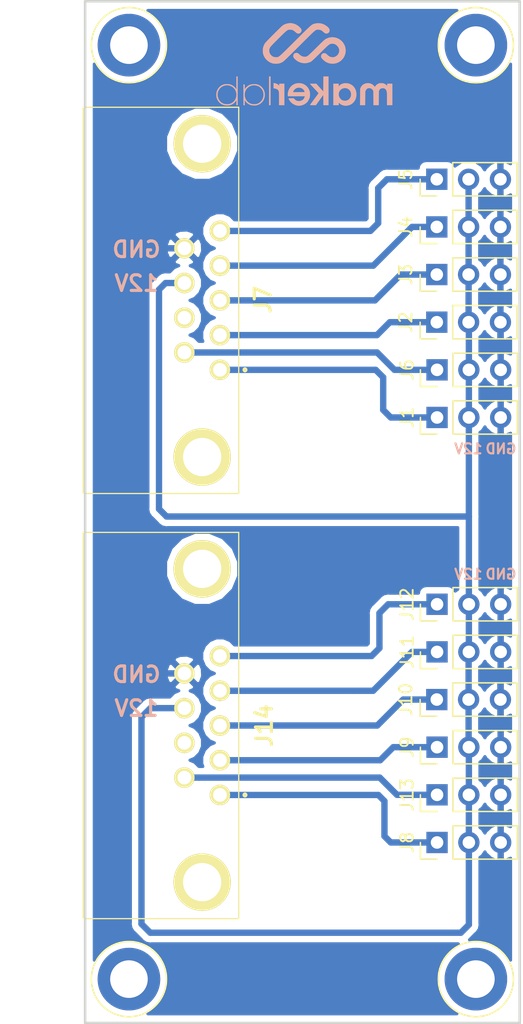
<source format=kicad_pcb>
(kicad_pcb (version 20171130) (host pcbnew "(5.0.0-3-g5ebb6b6)")

  (general
    (thickness 1.6)
    (drawings 12)
    (tracks 98)
    (zones 0)
    (modules 19)
    (nets 17)
  )

  (page A4)
  (layers
    (0 F.Cu signal)
    (31 B.Cu signal)
    (32 B.Adhes user)
    (33 F.Adhes user)
    (34 B.Paste user)
    (35 F.Paste user)
    (36 B.SilkS user)
    (37 F.SilkS user)
    (38 B.Mask user hide)
    (39 F.Mask user hide)
    (40 Dwgs.User user)
    (41 Cmts.User user)
    (42 Eco1.User user)
    (43 Eco2.User user)
    (44 Edge.Cuts user)
    (45 Margin user)
    (46 B.CrtYd user hide)
    (47 F.CrtYd user hide)
    (48 B.Fab user)
    (49 F.Fab user hide)
  )

  (setup
    (last_trace_width 0.508)
    (trace_clearance 0.25)
    (zone_clearance 0.508)
    (zone_45_only no)
    (trace_min 0.2)
    (segment_width 0.2)
    (edge_width 0.15)
    (via_size 0.508)
    (via_drill 0.3048)
    (via_min_size 0.4)
    (via_min_drill 0.3)
    (uvia_size 0.3)
    (uvia_drill 0.1)
    (uvias_allowed no)
    (uvia_min_size 0.2)
    (uvia_min_drill 0.1)
    (pcb_text_width 0.3)
    (pcb_text_size 1.5 1.5)
    (mod_edge_width 0.15)
    (mod_text_size 1 1)
    (mod_text_width 0.15)
    (pad_size 5 5)
    (pad_drill 3)
    (pad_to_mask_clearance 0.2)
    (aux_axis_origin 0 0)
    (visible_elements FFFFFF7F)
    (pcbplotparams
      (layerselection 0x3ffff_ffffffff)
      (usegerberextensions false)
      (usegerberattributes false)
      (usegerberadvancedattributes false)
      (creategerberjobfile false)
      (excludeedgelayer true)
      (linewidth 0.100000)
      (plotframeref false)
      (viasonmask false)
      (mode 1)
      (useauxorigin false)
      (hpglpennumber 1)
      (hpglpenspeed 20)
      (hpglpendiameter 15.000000)
      (psnegative false)
      (psa4output false)
      (plotreference true)
      (plotvalue true)
      (plotinvisibletext false)
      (padsonsilk false)
      (subtractmaskfromsilk false)
      (outputformat 1)
      (mirror false)
      (drillshape 0)
      (scaleselection 1)
      (outputdirectory ""))
  )

  (net 0 "")
  (net 1 "Net-(J1-Pad1)")
  (net 2 +12V)
  (net 3 GND)
  (net 4 "Net-(J2-Pad1)")
  (net 5 "Net-(J3-Pad1)")
  (net 6 "Net-(J4-Pad1)")
  (net 7 "Net-(J5-Pad1)")
  (net 8 "Net-(J6-Pad1)")
  (net 9 "Net-(J7-Pad7)")
  (net 10 "Net-(J14-Pad1)")
  (net 11 "Net-(J14-Pad2)")
  (net 12 "Net-(J10-Pad1)")
  (net 13 "Net-(J11-Pad1)")
  (net 14 "Net-(J12-Pad1)")
  (net 15 "Net-(J13-Pad1)")
  (net 16 "Net-(J14-Pad7)")

  (net_class Default "This is the default net class."
    (clearance 0.25)
    (trace_width 0.508)
    (via_dia 0.508)
    (via_drill 0.3048)
    (uvia_dia 0.3)
    (uvia_drill 0.1)
    (add_net +12V)
    (add_net GND)
    (add_net "Net-(J1-Pad1)")
    (add_net "Net-(J10-Pad1)")
    (add_net "Net-(J11-Pad1)")
    (add_net "Net-(J12-Pad1)")
    (add_net "Net-(J13-Pad1)")
    (add_net "Net-(J14-Pad1)")
    (add_net "Net-(J14-Pad2)")
    (add_net "Net-(J14-Pad7)")
    (add_net "Net-(J2-Pad1)")
    (add_net "Net-(J3-Pad1)")
    (add_net "Net-(J4-Pad1)")
    (add_net "Net-(J5-Pad1)")
    (add_net "Net-(J6-Pad1)")
    (add_net "Net-(J7-Pad7)")
  )

  (module Connector:Banana_Jack_1Pin (layer F.Cu) (tedit 5DA7001B) (tstamp 5DB36151)
    (at 59.2 92)
    (descr "Single banana socket, footprint - 6mm drill")
    (tags "banana socket")
    (fp_text reference REF** (at 0.5 0) (layer F.SilkS) hide
      (effects (font (size 1 1) (thickness 0.15)))
    )
    (fp_text value Banana_Jack_1Pin (at -0.25 6.5) (layer F.Fab)
      (effects (font (size 1 1) (thickness 0.15)))
    )
    (fp_text user %R (at 0 0) (layer F.Fab)
      (effects (font (size 0.8 0.8) (thickness 0.12)))
    )
    (fp_circle (center 0 0) (end 3.3 0) (layer F.CrtYd) (width 0.05))
    (fp_circle (center 0 0) (end 2 0) (layer F.Fab) (width 0.1))
    (fp_circle (center 0 0) (end 3.2 0) (layer F.Fab) (width 0.1))
    (fp_circle (center 0 0) (end 3 0) (layer F.SilkS) (width 0.12))
    (pad 3 thru_hole circle (at 0 0) (size 5 5) (drill 3) (layers *.Cu *.Mask))
    (model ${KISYS3DMOD}/Connector.3dshapes/Banana_Jack_1Pin.wrl
      (at (xyz 0 0 0))
      (scale (xyz 2 2 2))
      (rotate (xyz 0 0 0))
    )
  )

  (module Connector:Banana_Jack_1Pin (layer F.Cu) (tedit 5DA70027) (tstamp 5DB36148)
    (at 31.5 92)
    (descr "Single banana socket, footprint - 6mm drill")
    (tags "banana socket")
    (fp_text reference REF** (at 0 0) (layer F.SilkS) hide
      (effects (font (size 1 1) (thickness 0.15)))
    )
    (fp_text value Banana_Jack_1Pin (at -0.25 6.5) (layer F.Fab)
      (effects (font (size 1 1) (thickness 0.15)))
    )
    (fp_circle (center 0 0) (end 3 0) (layer F.SilkS) (width 0.12))
    (fp_circle (center 0 0) (end 3.2 0) (layer F.Fab) (width 0.1))
    (fp_circle (center 0 0) (end 2 0) (layer F.Fab) (width 0.1))
    (fp_circle (center 0 0) (end 3.3 0) (layer F.CrtYd) (width 0.05))
    (fp_text user %R (at 0 0) (layer F.Fab)
      (effects (font (size 0.8 0.8) (thickness 0.12)))
    )
    (pad 4 thru_hole circle (at 0 0) (size 5 5) (drill 3) (layers *.Cu *.Mask))
    (model ${KISYS3DMOD}/Connector.3dshapes/Banana_Jack_1Pin.wrl
      (at (xyz 0 0 0))
      (scale (xyz 2 2 2))
      (rotate (xyz 0 0 0))
    )
  )

  (module Connector:Banana_Jack_1Pin (layer F.Cu) (tedit 5DA70011) (tstamp 5DB36122)
    (at 59.2 17.5)
    (descr "Single banana socket, footprint - 6mm drill")
    (tags "banana socket")
    (fp_text reference "#" (at 0 0) (layer F.SilkS) hide
      (effects (font (size 1 1) (thickness 0.15)))
    )
    (fp_text value Banana_Jack_1Pin (at -0.25 6.5) (layer F.Fab)
      (effects (font (size 1 1) (thickness 0.15)))
    )
    (fp_circle (center 0 0) (end 3 0) (layer F.SilkS) (width 0.12))
    (fp_circle (center 0 0) (end 3.2 0) (layer F.Fab) (width 0.1))
    (fp_circle (center 0 0) (end 2 0) (layer F.Fab) (width 0.1))
    (fp_circle (center 0 0) (end 3.3 0) (layer F.CrtYd) (width 0.05))
    (fp_text user %R (at 0 0) (layer F.Fab)
      (effects (font (size 0.8 0.8) (thickness 0.12)))
    )
    (pad 2 thru_hole circle (at 0 0) (size 5 5) (drill 3) (layers *.Cu *.Mask))
    (model ${KISYS3DMOD}/Connector.3dshapes/Banana_Jack_1Pin.wrl
      (at (xyz 0 0 0))
      (scale (xyz 2 2 2))
      (rotate (xyz 0 0 0))
    )
  )

  (module Connector_PinHeader_2.54mm:PinHeader_1x03_P2.54mm_Vertical (layer F.Cu) (tedit 5DA6FA29) (tstamp 5DA71E27)
    (at 56.1 47.2 90)
    (descr "Through hole straight pin header, 1x03, 2.54mm pitch, single row")
    (tags "Through hole pin header THT 1x03 2.54mm single row")
    (path /5DA6E55B)
    (fp_text reference J1 (at 0 -2.4 90) (layer F.SilkS)
      (effects (font (size 1 1) (thickness 0.15)))
    )
    (fp_text value Conn_01x03_Male (at 0 7.41 90) (layer F.Fab) hide
      (effects (font (size 1 1) (thickness 0.15)))
    )
    (fp_line (start -0.635 -1.27) (end 1.27 -1.27) (layer F.Fab) (width 0.1))
    (fp_line (start 1.27 -1.27) (end 1.27 6.35) (layer F.Fab) (width 0.1))
    (fp_line (start 1.27 6.35) (end -1.27 6.35) (layer F.Fab) (width 0.1))
    (fp_line (start -1.27 6.35) (end -1.27 -0.635) (layer F.Fab) (width 0.1))
    (fp_line (start -1.27 -0.635) (end -0.635 -1.27) (layer F.Fab) (width 0.1))
    (fp_line (start -1.33 6.41) (end 1.33 6.41) (layer F.SilkS) (width 0.12))
    (fp_line (start -1.33 1.27) (end -1.33 6.41) (layer F.SilkS) (width 0.12))
    (fp_line (start 1.33 1.27) (end 1.33 6.41) (layer F.SilkS) (width 0.12))
    (fp_line (start -1.33 1.27) (end 1.33 1.27) (layer F.SilkS) (width 0.12))
    (fp_line (start -1.33 0) (end -1.33 -1.33) (layer F.SilkS) (width 0.12))
    (fp_line (start -1.33 -1.33) (end 0 -1.33) (layer F.SilkS) (width 0.12))
    (fp_line (start -1.8 -1.8) (end -1.8 6.85) (layer F.CrtYd) (width 0.05))
    (fp_line (start -1.8 6.85) (end 1.8 6.85) (layer F.CrtYd) (width 0.05))
    (fp_line (start 1.8 6.85) (end 1.8 -1.8) (layer F.CrtYd) (width 0.05))
    (fp_line (start 1.8 -1.8) (end -1.8 -1.8) (layer F.CrtYd) (width 0.05))
    (fp_text user %R (at 0 2.54 180) (layer F.Fab)
      (effects (font (size 1 1) (thickness 0.15)))
    )
    (pad 1 thru_hole rect (at 0 0 90) (size 1.7 1.7) (drill 1) (layers *.Cu *.Mask)
      (net 1 "Net-(J1-Pad1)"))
    (pad 2 thru_hole oval (at 0 2.54 90) (size 1.7 1.7) (drill 1) (layers *.Cu *.Mask)
      (net 2 +12V))
    (pad 3 thru_hole oval (at 0 5.08 90) (size 1.7 1.7) (drill 1) (layers *.Cu *.Mask)
      (net 3 GND))
    (model ${KISYS3DMOD}/Connector_PinHeader_2.54mm.3dshapes/PinHeader_1x03_P2.54mm_Vertical.wrl
      (at (xyz 0 0 0))
      (scale (xyz 1 1 1))
      (rotate (xyz 0 0 0))
    )
  )

  (module Connector_PinHeader_2.54mm:PinHeader_1x03_P2.54mm_Vertical (layer F.Cu) (tedit 59FED5CC) (tstamp 5DA71DE5)
    (at 56.07929 39.6 90)
    (descr "Through hole straight pin header, 1x03, 2.54mm pitch, single row")
    (tags "Through hole pin header THT 1x03 2.54mm single row")
    (path /5DA6E64F)
    (fp_text reference J2 (at 0 -2.47929 90) (layer F.SilkS)
      (effects (font (size 1 1) (thickness 0.15)))
    )
    (fp_text value Conn_01x03_Male (at 0 7.41 90) (layer F.Fab)
      (effects (font (size 1 1) (thickness 0.15)))
    )
    (fp_text user %R (at 0 2.54 180) (layer F.Fab)
      (effects (font (size 1 1) (thickness 0.15)))
    )
    (fp_line (start 1.8 -1.8) (end -1.8 -1.8) (layer F.CrtYd) (width 0.05))
    (fp_line (start 1.8 6.85) (end 1.8 -1.8) (layer F.CrtYd) (width 0.05))
    (fp_line (start -1.8 6.85) (end 1.8 6.85) (layer F.CrtYd) (width 0.05))
    (fp_line (start -1.8 -1.8) (end -1.8 6.85) (layer F.CrtYd) (width 0.05))
    (fp_line (start -1.33 -1.33) (end 0 -1.33) (layer F.SilkS) (width 0.12))
    (fp_line (start -1.33 0) (end -1.33 -1.33) (layer F.SilkS) (width 0.12))
    (fp_line (start -1.33 1.27) (end 1.33 1.27) (layer F.SilkS) (width 0.12))
    (fp_line (start 1.33 1.27) (end 1.33 6.41) (layer F.SilkS) (width 0.12))
    (fp_line (start -1.33 1.27) (end -1.33 6.41) (layer F.SilkS) (width 0.12))
    (fp_line (start -1.33 6.41) (end 1.33 6.41) (layer F.SilkS) (width 0.12))
    (fp_line (start -1.27 -0.635) (end -0.635 -1.27) (layer F.Fab) (width 0.1))
    (fp_line (start -1.27 6.35) (end -1.27 -0.635) (layer F.Fab) (width 0.1))
    (fp_line (start 1.27 6.35) (end -1.27 6.35) (layer F.Fab) (width 0.1))
    (fp_line (start 1.27 -1.27) (end 1.27 6.35) (layer F.Fab) (width 0.1))
    (fp_line (start -0.635 -1.27) (end 1.27 -1.27) (layer F.Fab) (width 0.1))
    (pad 3 thru_hole oval (at 0 5.08 90) (size 1.7 1.7) (drill 1) (layers *.Cu *.Mask)
      (net 3 GND))
    (pad 2 thru_hole oval (at 0 2.54 90) (size 1.7 1.7) (drill 1) (layers *.Cu *.Mask)
      (net 2 +12V))
    (pad 1 thru_hole rect (at 0 0 90) (size 1.7 1.7) (drill 1) (layers *.Cu *.Mask)
      (net 4 "Net-(J2-Pad1)"))
    (model ${KISYS3DMOD}/Connector_PinHeader_2.54mm.3dshapes/PinHeader_1x03_P2.54mm_Vertical.wrl
      (at (xyz 0 0 0))
      (scale (xyz 1 1 1))
      (rotate (xyz 0 0 0))
    )
  )

  (module Connector_PinHeader_2.54mm:PinHeader_1x03_P2.54mm_Vertical (layer F.Cu) (tedit 59FED5CC) (tstamp 5DA71D61)
    (at 56.07929 35.8 90)
    (descr "Through hole straight pin header, 1x03, 2.54mm pitch, single row")
    (tags "Through hole pin header THT 1x03 2.54mm single row")
    (path /5DA6E69B)
    (fp_text reference J3 (at 0 -2.47929 90) (layer F.SilkS)
      (effects (font (size 1 1) (thickness 0.15)))
    )
    (fp_text value Conn_01x03_Male (at 0 7.41 90) (layer F.Fab)
      (effects (font (size 1 1) (thickness 0.15)))
    )
    (fp_line (start -0.635 -1.27) (end 1.27 -1.27) (layer F.Fab) (width 0.1))
    (fp_line (start 1.27 -1.27) (end 1.27 6.35) (layer F.Fab) (width 0.1))
    (fp_line (start 1.27 6.35) (end -1.27 6.35) (layer F.Fab) (width 0.1))
    (fp_line (start -1.27 6.35) (end -1.27 -0.635) (layer F.Fab) (width 0.1))
    (fp_line (start -1.27 -0.635) (end -0.635 -1.27) (layer F.Fab) (width 0.1))
    (fp_line (start -1.33 6.41) (end 1.33 6.41) (layer F.SilkS) (width 0.12))
    (fp_line (start -1.33 1.27) (end -1.33 6.41) (layer F.SilkS) (width 0.12))
    (fp_line (start 1.33 1.27) (end 1.33 6.41) (layer F.SilkS) (width 0.12))
    (fp_line (start -1.33 1.27) (end 1.33 1.27) (layer F.SilkS) (width 0.12))
    (fp_line (start -1.33 0) (end -1.33 -1.33) (layer F.SilkS) (width 0.12))
    (fp_line (start -1.33 -1.33) (end 0 -1.33) (layer F.SilkS) (width 0.12))
    (fp_line (start -1.8 -1.8) (end -1.8 6.85) (layer F.CrtYd) (width 0.05))
    (fp_line (start -1.8 6.85) (end 1.8 6.85) (layer F.CrtYd) (width 0.05))
    (fp_line (start 1.8 6.85) (end 1.8 -1.8) (layer F.CrtYd) (width 0.05))
    (fp_line (start 1.8 -1.8) (end -1.8 -1.8) (layer F.CrtYd) (width 0.05))
    (fp_text user %R (at 0 2.54 180) (layer F.Fab)
      (effects (font (size 1 1) (thickness 0.15)))
    )
    (pad 1 thru_hole rect (at 0 0 90) (size 1.7 1.7) (drill 1) (layers *.Cu *.Mask)
      (net 5 "Net-(J3-Pad1)"))
    (pad 2 thru_hole oval (at 0 2.54 90) (size 1.7 1.7) (drill 1) (layers *.Cu *.Mask)
      (net 2 +12V))
    (pad 3 thru_hole oval (at 0 5.08 90) (size 1.7 1.7) (drill 1) (layers *.Cu *.Mask)
      (net 3 GND))
    (model ${KISYS3DMOD}/Connector_PinHeader_2.54mm.3dshapes/PinHeader_1x03_P2.54mm_Vertical.wrl
      (at (xyz 0 0 0))
      (scale (xyz 1 1 1))
      (rotate (xyz 0 0 0))
    )
  )

  (module Connector_PinHeader_2.54mm:PinHeader_1x03_P2.54mm_Vertical (layer F.Cu) (tedit 59FED5CC) (tstamp 5DA71DA3)
    (at 56.07929 32 90)
    (descr "Through hole straight pin header, 1x03, 2.54mm pitch, single row")
    (tags "Through hole pin header THT 1x03 2.54mm single row")
    (path /5DA6E6A1)
    (fp_text reference J4 (at 0 -2.47929 90) (layer F.SilkS)
      (effects (font (size 1 1) (thickness 0.15)))
    )
    (fp_text value Conn_01x03_Male (at 0 7.41 90) (layer F.Fab)
      (effects (font (size 1 1) (thickness 0.15)))
    )
    (fp_text user %R (at 0 2.54 180) (layer F.Fab)
      (effects (font (size 1 1) (thickness 0.15)))
    )
    (fp_line (start 1.8 -1.8) (end -1.8 -1.8) (layer F.CrtYd) (width 0.05))
    (fp_line (start 1.8 6.85) (end 1.8 -1.8) (layer F.CrtYd) (width 0.05))
    (fp_line (start -1.8 6.85) (end 1.8 6.85) (layer F.CrtYd) (width 0.05))
    (fp_line (start -1.8 -1.8) (end -1.8 6.85) (layer F.CrtYd) (width 0.05))
    (fp_line (start -1.33 -1.33) (end 0 -1.33) (layer F.SilkS) (width 0.12))
    (fp_line (start -1.33 0) (end -1.33 -1.33) (layer F.SilkS) (width 0.12))
    (fp_line (start -1.33 1.27) (end 1.33 1.27) (layer F.SilkS) (width 0.12))
    (fp_line (start 1.33 1.27) (end 1.33 6.41) (layer F.SilkS) (width 0.12))
    (fp_line (start -1.33 1.27) (end -1.33 6.41) (layer F.SilkS) (width 0.12))
    (fp_line (start -1.33 6.41) (end 1.33 6.41) (layer F.SilkS) (width 0.12))
    (fp_line (start -1.27 -0.635) (end -0.635 -1.27) (layer F.Fab) (width 0.1))
    (fp_line (start -1.27 6.35) (end -1.27 -0.635) (layer F.Fab) (width 0.1))
    (fp_line (start 1.27 6.35) (end -1.27 6.35) (layer F.Fab) (width 0.1))
    (fp_line (start 1.27 -1.27) (end 1.27 6.35) (layer F.Fab) (width 0.1))
    (fp_line (start -0.635 -1.27) (end 1.27 -1.27) (layer F.Fab) (width 0.1))
    (pad 3 thru_hole oval (at 0 5.08 90) (size 1.7 1.7) (drill 1) (layers *.Cu *.Mask)
      (net 3 GND))
    (pad 2 thru_hole oval (at 0 2.54 90) (size 1.7 1.7) (drill 1) (layers *.Cu *.Mask)
      (net 2 +12V))
    (pad 1 thru_hole rect (at 0 0 90) (size 1.7 1.7) (drill 1) (layers *.Cu *.Mask)
      (net 6 "Net-(J4-Pad1)"))
    (model ${KISYS3DMOD}/Connector_PinHeader_2.54mm.3dshapes/PinHeader_1x03_P2.54mm_Vertical.wrl
      (at (xyz 0 0 0))
      (scale (xyz 1 1 1))
      (rotate (xyz 0 0 0))
    )
  )

  (module Connector_PinHeader_2.54mm:PinHeader_1x03_P2.54mm_Vertical (layer F.Cu) (tedit 59FED5CC) (tstamp 5DA71D1F)
    (at 56.07929 28.2 90)
    (descr "Through hole straight pin header, 1x03, 2.54mm pitch, single row")
    (tags "Through hole pin header THT 1x03 2.54mm single row")
    (path /5DA6E6FD)
    (fp_text reference J5 (at 0 -2.47929 90) (layer F.SilkS)
      (effects (font (size 1 1) (thickness 0.15)))
    )
    (fp_text value Conn_01x03_Male (at 0 7.41 90) (layer F.Fab)
      (effects (font (size 1 1) (thickness 0.15)))
    )
    (fp_line (start -0.635 -1.27) (end 1.27 -1.27) (layer F.Fab) (width 0.1))
    (fp_line (start 1.27 -1.27) (end 1.27 6.35) (layer F.Fab) (width 0.1))
    (fp_line (start 1.27 6.35) (end -1.27 6.35) (layer F.Fab) (width 0.1))
    (fp_line (start -1.27 6.35) (end -1.27 -0.635) (layer F.Fab) (width 0.1))
    (fp_line (start -1.27 -0.635) (end -0.635 -1.27) (layer F.Fab) (width 0.1))
    (fp_line (start -1.33 6.41) (end 1.33 6.41) (layer F.SilkS) (width 0.12))
    (fp_line (start -1.33 1.27) (end -1.33 6.41) (layer F.SilkS) (width 0.12))
    (fp_line (start 1.33 1.27) (end 1.33 6.41) (layer F.SilkS) (width 0.12))
    (fp_line (start -1.33 1.27) (end 1.33 1.27) (layer F.SilkS) (width 0.12))
    (fp_line (start -1.33 0) (end -1.33 -1.33) (layer F.SilkS) (width 0.12))
    (fp_line (start -1.33 -1.33) (end 0 -1.33) (layer F.SilkS) (width 0.12))
    (fp_line (start -1.8 -1.8) (end -1.8 6.85) (layer F.CrtYd) (width 0.05))
    (fp_line (start -1.8 6.85) (end 1.8 6.85) (layer F.CrtYd) (width 0.05))
    (fp_line (start 1.8 6.85) (end 1.8 -1.8) (layer F.CrtYd) (width 0.05))
    (fp_line (start 1.8 -1.8) (end -1.8 -1.8) (layer F.CrtYd) (width 0.05))
    (fp_text user %R (at 0 2.54 180) (layer F.Fab)
      (effects (font (size 1 1) (thickness 0.15)))
    )
    (pad 1 thru_hole rect (at 0 0 90) (size 1.7 1.7) (drill 1) (layers *.Cu *.Mask)
      (net 7 "Net-(J5-Pad1)"))
    (pad 2 thru_hole oval (at 0 2.54 90) (size 1.7 1.7) (drill 1) (layers *.Cu *.Mask)
      (net 2 +12V))
    (pad 3 thru_hole oval (at 0 5.08 90) (size 1.7 1.7) (drill 1) (layers *.Cu *.Mask)
      (net 3 GND))
    (model ${KISYS3DMOD}/Connector_PinHeader_2.54mm.3dshapes/PinHeader_1x03_P2.54mm_Vertical.wrl
      (at (xyz 0 0 0))
      (scale (xyz 1 1 1))
      (rotate (xyz 0 0 0))
    )
  )

  (module Connector_PinHeader_2.54mm:PinHeader_1x03_P2.54mm_Vertical (layer F.Cu) (tedit 59FED5CC) (tstamp 5DA71CDD)
    (at 56.1 43.4 90)
    (descr "Through hole straight pin header, 1x03, 2.54mm pitch, single row")
    (tags "Through hole pin header THT 1x03 2.54mm single row")
    (path /5DA6E703)
    (fp_text reference J6 (at 0 -2.4 90) (layer F.SilkS)
      (effects (font (size 1 1) (thickness 0.15)))
    )
    (fp_text value Conn_01x03_Male (at 0 7.41 90) (layer F.Fab)
      (effects (font (size 1 1) (thickness 0.15)))
    )
    (fp_text user %R (at 0 2.54 180) (layer F.Fab)
      (effects (font (size 1 1) (thickness 0.15)))
    )
    (fp_line (start 1.8 -1.8) (end -1.8 -1.8) (layer F.CrtYd) (width 0.05))
    (fp_line (start 1.8 6.85) (end 1.8 -1.8) (layer F.CrtYd) (width 0.05))
    (fp_line (start -1.8 6.85) (end 1.8 6.85) (layer F.CrtYd) (width 0.05))
    (fp_line (start -1.8 -1.8) (end -1.8 6.85) (layer F.CrtYd) (width 0.05))
    (fp_line (start -1.33 -1.33) (end 0 -1.33) (layer F.SilkS) (width 0.12))
    (fp_line (start -1.33 0) (end -1.33 -1.33) (layer F.SilkS) (width 0.12))
    (fp_line (start -1.33 1.27) (end 1.33 1.27) (layer F.SilkS) (width 0.12))
    (fp_line (start 1.33 1.27) (end 1.33 6.41) (layer F.SilkS) (width 0.12))
    (fp_line (start -1.33 1.27) (end -1.33 6.41) (layer F.SilkS) (width 0.12))
    (fp_line (start -1.33 6.41) (end 1.33 6.41) (layer F.SilkS) (width 0.12))
    (fp_line (start -1.27 -0.635) (end -0.635 -1.27) (layer F.Fab) (width 0.1))
    (fp_line (start -1.27 6.35) (end -1.27 -0.635) (layer F.Fab) (width 0.1))
    (fp_line (start 1.27 6.35) (end -1.27 6.35) (layer F.Fab) (width 0.1))
    (fp_line (start 1.27 -1.27) (end 1.27 6.35) (layer F.Fab) (width 0.1))
    (fp_line (start -0.635 -1.27) (end 1.27 -1.27) (layer F.Fab) (width 0.1))
    (pad 3 thru_hole oval (at 0 5.08 90) (size 1.7 1.7) (drill 1) (layers *.Cu *.Mask)
      (net 3 GND))
    (pad 2 thru_hole oval (at 0 2.54 90) (size 1.7 1.7) (drill 1) (layers *.Cu *.Mask)
      (net 2 +12V))
    (pad 1 thru_hole rect (at 0 0 90) (size 1.7 1.7) (drill 1) (layers *.Cu *.Mask)
      (net 8 "Net-(J6-Pad1)"))
    (model ${KISYS3DMOD}/Connector_PinHeader_2.54mm.3dshapes/PinHeader_1x03_P2.54mm_Vertical.wrl
      (at (xyz 0 0 0))
      (scale (xyz 1 1 1))
      (rotate (xyz 0 0 0))
    )
  )

  (module "DB9 Connector:182009213R531" (layer F.Cu) (tedit 5DA6F8FE) (tstamp 5DA71C83)
    (at 38.76429 43.400481 270)
    (descr 182-009-213R531-1)
    (tags Connector)
    (path /5DA6E837)
    (fp_text reference J7 (at -5.600481 -3.43571 270) (layer F.SilkS)
      (effects (font (size 1.27 1.27) (thickness 0.254)))
    )
    (fp_text value DB9_Female (at -5.54 7.455 270) (layer F.SilkS) hide
      (effects (font (size 1.27 1.27) (thickness 0.254)))
    )
    (fp_line (start -20.945 -1.5) (end 9.865 -1.5) (layer Dwgs.User) (width 0.2))
    (fp_line (start 9.865 -1.5) (end 9.865 10.92) (layer Dwgs.User) (width 0.2))
    (fp_line (start 9.865 10.92) (end -20.945 10.92) (layer Dwgs.User) (width 0.2))
    (fp_line (start -20.945 10.92) (end -20.945 -1.5) (layer Dwgs.User) (width 0.2))
    (fp_line (start -13.69 10.92) (end 2.61 10.92) (layer Dwgs.User) (width 0.2))
    (fp_line (start 2.61 10.92) (end 2.61 17.01) (layer Dwgs.User) (width 0.2))
    (fp_line (start 2.61 17.01) (end -13.69 17.01) (layer Dwgs.User) (width 0.2))
    (fp_line (start -13.69 17.01) (end -13.69 10.92) (layer Dwgs.User) (width 0.2))
    (fp_line (start -20.945 -1.5) (end 9.865 -1.5) (layer F.SilkS) (width 0.1))
    (fp_line (start 9.865 -1.5) (end 9.865 10.92) (layer F.SilkS) (width 0.1))
    (fp_line (start 9.865 10.92) (end -20.945 10.92) (layer F.SilkS) (width 0.1))
    (fp_line (start -20.945 10.92) (end -20.945 -1.5) (layer F.SilkS) (width 0.1))
    (fp_line (start -21.445 -2.6) (end 10.365 -2.6) (layer Dwgs.User) (width 0.1))
    (fp_line (start 10.365 -2.6) (end 10.365 17.51) (layer Dwgs.User) (width 0.1))
    (fp_line (start 10.365 17.51) (end -21.445 17.51) (layer Dwgs.User) (width 0.1))
    (fp_line (start -21.445 17.51) (end -21.445 -2.6) (layer Dwgs.User) (width 0.1))
    (fp_line (start -0.1 -2) (end -0.1 -2) (layer F.SilkS) (width 0.2))
    (fp_line (start 0.1 -2) (end 0.1 -2) (layer F.SilkS) (width 0.2))
    (fp_arc (start 0 -2) (end -0.1 -2) (angle -180) (layer F.SilkS) (width 0.2))
    (fp_arc (start 0 -2) (end 0.1 -2) (angle -180) (layer F.SilkS) (width 0.2))
    (pad 1 thru_hole circle (at 0 0) (size 1.635 1.635) (drill 1.09) (layers *.Cu *.Mask F.SilkS)
      (net 1 "Net-(J1-Pad1)"))
    (pad 2 thru_hole circle (at -2.77 0) (size 1.635 1.635) (drill 1.09) (layers *.Cu *.Mask F.SilkS)
      (net 4 "Net-(J2-Pad1)"))
    (pad 3 thru_hole circle (at -5.54 0) (size 1.635 1.635) (drill 1.09) (layers *.Cu *.Mask F.SilkS)
      (net 5 "Net-(J3-Pad1)"))
    (pad 4 thru_hole circle (at -8.31 0) (size 1.635 1.635) (drill 1.09) (layers *.Cu *.Mask F.SilkS)
      (net 6 "Net-(J4-Pad1)"))
    (pad 5 thru_hole circle (at -11.08 0) (size 1.635 1.635) (drill 1.09) (layers *.Cu *.Mask F.SilkS)
      (net 7 "Net-(J5-Pad1)"))
    (pad 6 thru_hole circle (at -1.385 2.84) (size 1.635 1.635) (drill 1.09) (layers *.Cu *.Mask F.SilkS)
      (net 8 "Net-(J6-Pad1)"))
    (pad 7 thru_hole circle (at -4.155 2.84) (size 1.635 1.635) (drill 1.09) (layers *.Cu *.Mask F.SilkS)
      (net 9 "Net-(J7-Pad7)"))
    (pad 8 thru_hole circle (at -6.925 2.84) (size 1.635 1.635) (drill 1.09) (layers *.Cu *.Mask F.SilkS)
      (net 2 +12V))
    (pad 9 thru_hole circle (at -9.695 2.84) (size 1.635 1.635) (drill 1.09) (layers *.Cu *.Mask F.SilkS)
      (net 3 GND))
    (pad MH1 thru_hole circle (at 6.955 1.42) (size 4.575 4.575) (drill 3.05) (layers *.Cu *.Mask F.SilkS))
    (pad MH2 thru_hole circle (at -18.035 1.42) (size 4.575 4.575) (drill 3.05) (layers *.Cu *.Mask F.SilkS))
  )

  (module Connector_PinHeader_2.54mm:PinHeader_1x03_P2.54mm_Vertical (layer F.Cu) (tedit 59FED5CC) (tstamp 5DA7102B)
    (at 56.1 81.1 90)
    (descr "Through hole straight pin header, 1x03, 2.54mm pitch, single row")
    (tags "Through hole pin header THT 1x03 2.54mm single row")
    (path /5DA7C851)
    (fp_text reference J8 (at 0 -2.4 90) (layer F.SilkS)
      (effects (font (size 1 1) (thickness 0.15)))
    )
    (fp_text value Conn_01x03_Male (at 0 7.41 90) (layer F.Fab)
      (effects (font (size 1 1) (thickness 0.15)))
    )
    (fp_line (start -0.635 -1.27) (end 1.27 -1.27) (layer F.Fab) (width 0.1))
    (fp_line (start 1.27 -1.27) (end 1.27 6.35) (layer F.Fab) (width 0.1))
    (fp_line (start 1.27 6.35) (end -1.27 6.35) (layer F.Fab) (width 0.1))
    (fp_line (start -1.27 6.35) (end -1.27 -0.635) (layer F.Fab) (width 0.1))
    (fp_line (start -1.27 -0.635) (end -0.635 -1.27) (layer F.Fab) (width 0.1))
    (fp_line (start -1.33 6.41) (end 1.33 6.41) (layer F.SilkS) (width 0.12))
    (fp_line (start -1.33 1.27) (end -1.33 6.41) (layer F.SilkS) (width 0.12))
    (fp_line (start 1.33 1.27) (end 1.33 6.41) (layer F.SilkS) (width 0.12))
    (fp_line (start -1.33 1.27) (end 1.33 1.27) (layer F.SilkS) (width 0.12))
    (fp_line (start -1.33 0) (end -1.33 -1.33) (layer F.SilkS) (width 0.12))
    (fp_line (start -1.33 -1.33) (end 0 -1.33) (layer F.SilkS) (width 0.12))
    (fp_line (start -1.8 -1.8) (end -1.8 6.85) (layer F.CrtYd) (width 0.05))
    (fp_line (start -1.8 6.85) (end 1.8 6.85) (layer F.CrtYd) (width 0.05))
    (fp_line (start 1.8 6.85) (end 1.8 -1.8) (layer F.CrtYd) (width 0.05))
    (fp_line (start 1.8 -1.8) (end -1.8 -1.8) (layer F.CrtYd) (width 0.05))
    (fp_text user %R (at 0 2.54 180) (layer F.Fab)
      (effects (font (size 1 1) (thickness 0.15)))
    )
    (pad 1 thru_hole rect (at 0 0 90) (size 1.7 1.7) (drill 1) (layers *.Cu *.Mask)
      (net 10 "Net-(J14-Pad1)"))
    (pad 2 thru_hole oval (at 0 2.54 90) (size 1.7 1.7) (drill 1) (layers *.Cu *.Mask)
      (net 2 +12V))
    (pad 3 thru_hole oval (at 0 5.08 90) (size 1.7 1.7) (drill 1) (layers *.Cu *.Mask)
      (net 3 GND))
    (model ${KISYS3DMOD}/Connector_PinHeader_2.54mm.3dshapes/PinHeader_1x03_P2.54mm_Vertical.wrl
      (at (xyz 0 0 0))
      (scale (xyz 1 1 1))
      (rotate (xyz 0 0 0))
    )
  )

  (module Connector_PinHeader_2.54mm:PinHeader_1x03_P2.54mm_Vertical (layer F.Cu) (tedit 59FED5CC) (tstamp 5DA6FE1E)
    (at 56.1 73.5 90)
    (descr "Through hole straight pin header, 1x03, 2.54mm pitch, single row")
    (tags "Through hole pin header THT 1x03 2.54mm single row")
    (path /5DA7C857)
    (fp_text reference J9 (at 0 -2.4 90) (layer F.SilkS)
      (effects (font (size 1 1) (thickness 0.15)))
    )
    (fp_text value Conn_01x03_Male (at 0 7.41 90) (layer F.Fab)
      (effects (font (size 1 1) (thickness 0.15)))
    )
    (fp_text user %R (at 0 2.54 180) (layer F.Fab)
      (effects (font (size 1 1) (thickness 0.15)))
    )
    (fp_line (start 1.8 -1.8) (end -1.8 -1.8) (layer F.CrtYd) (width 0.05))
    (fp_line (start 1.8 6.85) (end 1.8 -1.8) (layer F.CrtYd) (width 0.05))
    (fp_line (start -1.8 6.85) (end 1.8 6.85) (layer F.CrtYd) (width 0.05))
    (fp_line (start -1.8 -1.8) (end -1.8 6.85) (layer F.CrtYd) (width 0.05))
    (fp_line (start -1.33 -1.33) (end 0 -1.33) (layer F.SilkS) (width 0.12))
    (fp_line (start -1.33 0) (end -1.33 -1.33) (layer F.SilkS) (width 0.12))
    (fp_line (start -1.33 1.27) (end 1.33 1.27) (layer F.SilkS) (width 0.12))
    (fp_line (start 1.33 1.27) (end 1.33 6.41) (layer F.SilkS) (width 0.12))
    (fp_line (start -1.33 1.27) (end -1.33 6.41) (layer F.SilkS) (width 0.12))
    (fp_line (start -1.33 6.41) (end 1.33 6.41) (layer F.SilkS) (width 0.12))
    (fp_line (start -1.27 -0.635) (end -0.635 -1.27) (layer F.Fab) (width 0.1))
    (fp_line (start -1.27 6.35) (end -1.27 -0.635) (layer F.Fab) (width 0.1))
    (fp_line (start 1.27 6.35) (end -1.27 6.35) (layer F.Fab) (width 0.1))
    (fp_line (start 1.27 -1.27) (end 1.27 6.35) (layer F.Fab) (width 0.1))
    (fp_line (start -0.635 -1.27) (end 1.27 -1.27) (layer F.Fab) (width 0.1))
    (pad 3 thru_hole oval (at 0 5.08 90) (size 1.7 1.7) (drill 1) (layers *.Cu *.Mask)
      (net 3 GND))
    (pad 2 thru_hole oval (at 0 2.54 90) (size 1.7 1.7) (drill 1) (layers *.Cu *.Mask)
      (net 2 +12V))
    (pad 1 thru_hole rect (at 0 0 90) (size 1.7 1.7) (drill 1) (layers *.Cu *.Mask)
      (net 11 "Net-(J14-Pad2)"))
    (model ${KISYS3DMOD}/Connector_PinHeader_2.54mm.3dshapes/PinHeader_1x03_P2.54mm_Vertical.wrl
      (at (xyz 0 0 0))
      (scale (xyz 1 1 1))
      (rotate (xyz 0 0 0))
    )
  )

  (module Connector_PinHeader_2.54mm:PinHeader_1x03_P2.54mm_Vertical (layer F.Cu) (tedit 59FED5CC) (tstamp 5DA6FE35)
    (at 56.07929 69.7 90)
    (descr "Through hole straight pin header, 1x03, 2.54mm pitch, single row")
    (tags "Through hole pin header THT 1x03 2.54mm single row")
    (path /5DA7C85D)
    (fp_text reference J10 (at 0 -2.47929 90) (layer F.SilkS)
      (effects (font (size 1 1) (thickness 0.15)))
    )
    (fp_text value Conn_01x03_Male (at 0 7.41 90) (layer F.Fab)
      (effects (font (size 1 1) (thickness 0.15)))
    )
    (fp_line (start -0.635 -1.27) (end 1.27 -1.27) (layer F.Fab) (width 0.1))
    (fp_line (start 1.27 -1.27) (end 1.27 6.35) (layer F.Fab) (width 0.1))
    (fp_line (start 1.27 6.35) (end -1.27 6.35) (layer F.Fab) (width 0.1))
    (fp_line (start -1.27 6.35) (end -1.27 -0.635) (layer F.Fab) (width 0.1))
    (fp_line (start -1.27 -0.635) (end -0.635 -1.27) (layer F.Fab) (width 0.1))
    (fp_line (start -1.33 6.41) (end 1.33 6.41) (layer F.SilkS) (width 0.12))
    (fp_line (start -1.33 1.27) (end -1.33 6.41) (layer F.SilkS) (width 0.12))
    (fp_line (start 1.33 1.27) (end 1.33 6.41) (layer F.SilkS) (width 0.12))
    (fp_line (start -1.33 1.27) (end 1.33 1.27) (layer F.SilkS) (width 0.12))
    (fp_line (start -1.33 0) (end -1.33 -1.33) (layer F.SilkS) (width 0.12))
    (fp_line (start -1.33 -1.33) (end 0 -1.33) (layer F.SilkS) (width 0.12))
    (fp_line (start -1.8 -1.8) (end -1.8 6.85) (layer F.CrtYd) (width 0.05))
    (fp_line (start -1.8 6.85) (end 1.8 6.85) (layer F.CrtYd) (width 0.05))
    (fp_line (start 1.8 6.85) (end 1.8 -1.8) (layer F.CrtYd) (width 0.05))
    (fp_line (start 1.8 -1.8) (end -1.8 -1.8) (layer F.CrtYd) (width 0.05))
    (fp_text user %R (at 0 2.54 180) (layer F.Fab)
      (effects (font (size 1 1) (thickness 0.15)))
    )
    (pad 1 thru_hole rect (at 0 0 90) (size 1.7 1.7) (drill 1) (layers *.Cu *.Mask)
      (net 12 "Net-(J10-Pad1)"))
    (pad 2 thru_hole oval (at 0 2.54 90) (size 1.7 1.7) (drill 1) (layers *.Cu *.Mask)
      (net 2 +12V))
    (pad 3 thru_hole oval (at 0 5.08 90) (size 1.7 1.7) (drill 1) (layers *.Cu *.Mask)
      (net 3 GND))
    (model ${KISYS3DMOD}/Connector_PinHeader_2.54mm.3dshapes/PinHeader_1x03_P2.54mm_Vertical.wrl
      (at (xyz 0 0 0))
      (scale (xyz 1 1 1))
      (rotate (xyz 0 0 0))
    )
  )

  (module Connector_PinHeader_2.54mm:PinHeader_1x03_P2.54mm_Vertical (layer F.Cu) (tedit 59FED5CC) (tstamp 5E401402)
    (at 56.1 65.9 90)
    (descr "Through hole straight pin header, 1x03, 2.54mm pitch, single row")
    (tags "Through hole pin header THT 1x03 2.54mm single row")
    (path /5DA7C863)
    (fp_text reference J11 (at 0 -2.4 90) (layer F.SilkS)
      (effects (font (size 1 1) (thickness 0.15)))
    )
    (fp_text value Conn_01x03_Male (at 0 7.41 90) (layer F.Fab)
      (effects (font (size 1 1) (thickness 0.15)))
    )
    (fp_text user %R (at 0 2.54 180) (layer F.Fab)
      (effects (font (size 1 1) (thickness 0.15)))
    )
    (fp_line (start 1.8 -1.8) (end -1.8 -1.8) (layer F.CrtYd) (width 0.05))
    (fp_line (start 1.8 6.85) (end 1.8 -1.8) (layer F.CrtYd) (width 0.05))
    (fp_line (start -1.8 6.85) (end 1.8 6.85) (layer F.CrtYd) (width 0.05))
    (fp_line (start -1.8 -1.8) (end -1.8 6.85) (layer F.CrtYd) (width 0.05))
    (fp_line (start -1.33 -1.33) (end 0 -1.33) (layer F.SilkS) (width 0.12))
    (fp_line (start -1.33 0) (end -1.33 -1.33) (layer F.SilkS) (width 0.12))
    (fp_line (start -1.33 1.27) (end 1.33 1.27) (layer F.SilkS) (width 0.12))
    (fp_line (start 1.33 1.27) (end 1.33 6.41) (layer F.SilkS) (width 0.12))
    (fp_line (start -1.33 1.27) (end -1.33 6.41) (layer F.SilkS) (width 0.12))
    (fp_line (start -1.33 6.41) (end 1.33 6.41) (layer F.SilkS) (width 0.12))
    (fp_line (start -1.27 -0.635) (end -0.635 -1.27) (layer F.Fab) (width 0.1))
    (fp_line (start -1.27 6.35) (end -1.27 -0.635) (layer F.Fab) (width 0.1))
    (fp_line (start 1.27 6.35) (end -1.27 6.35) (layer F.Fab) (width 0.1))
    (fp_line (start 1.27 -1.27) (end 1.27 6.35) (layer F.Fab) (width 0.1))
    (fp_line (start -0.635 -1.27) (end 1.27 -1.27) (layer F.Fab) (width 0.1))
    (pad 3 thru_hole oval (at 0 5.08 90) (size 1.7 1.7) (drill 1) (layers *.Cu *.Mask)
      (net 3 GND))
    (pad 2 thru_hole oval (at 0 2.54 90) (size 1.7 1.7) (drill 1) (layers *.Cu *.Mask)
      (net 2 +12V))
    (pad 1 thru_hole rect (at 0 0 90) (size 1.7 1.7) (drill 1) (layers *.Cu *.Mask)
      (net 13 "Net-(J11-Pad1)"))
    (model ${KISYS3DMOD}/Connector_PinHeader_2.54mm.3dshapes/PinHeader_1x03_P2.54mm_Vertical.wrl
      (at (xyz 0 0 0))
      (scale (xyz 1 1 1))
      (rotate (xyz 0 0 0))
    )
  )

  (module Connector_PinHeader_2.54mm:PinHeader_1x03_P2.54mm_Vertical (layer F.Cu) (tedit 59FED5CC) (tstamp 5DA6FE63)
    (at 56.1 62.1 90)
    (descr "Through hole straight pin header, 1x03, 2.54mm pitch, single row")
    (tags "Through hole pin header THT 1x03 2.54mm single row")
    (path /5DA7C869)
    (fp_text reference J12 (at 0 -2.4 90) (layer F.SilkS)
      (effects (font (size 1 1) (thickness 0.15)))
    )
    (fp_text value Conn_01x03_Male (at 0 7.41 90) (layer F.Fab)
      (effects (font (size 1 1) (thickness 0.15)))
    )
    (fp_line (start -0.635 -1.27) (end 1.27 -1.27) (layer F.Fab) (width 0.1))
    (fp_line (start 1.27 -1.27) (end 1.27 6.35) (layer F.Fab) (width 0.1))
    (fp_line (start 1.27 6.35) (end -1.27 6.35) (layer F.Fab) (width 0.1))
    (fp_line (start -1.27 6.35) (end -1.27 -0.635) (layer F.Fab) (width 0.1))
    (fp_line (start -1.27 -0.635) (end -0.635 -1.27) (layer F.Fab) (width 0.1))
    (fp_line (start -1.33 6.41) (end 1.33 6.41) (layer F.SilkS) (width 0.12))
    (fp_line (start -1.33 1.27) (end -1.33 6.41) (layer F.SilkS) (width 0.12))
    (fp_line (start 1.33 1.27) (end 1.33 6.41) (layer F.SilkS) (width 0.12))
    (fp_line (start -1.33 1.27) (end 1.33 1.27) (layer F.SilkS) (width 0.12))
    (fp_line (start -1.33 0) (end -1.33 -1.33) (layer F.SilkS) (width 0.12))
    (fp_line (start -1.33 -1.33) (end 0 -1.33) (layer F.SilkS) (width 0.12))
    (fp_line (start -1.8 -1.8) (end -1.8 6.85) (layer F.CrtYd) (width 0.05))
    (fp_line (start -1.8 6.85) (end 1.8 6.85) (layer F.CrtYd) (width 0.05))
    (fp_line (start 1.8 6.85) (end 1.8 -1.8) (layer F.CrtYd) (width 0.05))
    (fp_line (start 1.8 -1.8) (end -1.8 -1.8) (layer F.CrtYd) (width 0.05))
    (fp_text user %R (at 0 2.54 180) (layer F.Fab)
      (effects (font (size 1 1) (thickness 0.15)))
    )
    (pad 1 thru_hole rect (at 0 0 90) (size 1.7 1.7) (drill 1) (layers *.Cu *.Mask)
      (net 14 "Net-(J12-Pad1)"))
    (pad 2 thru_hole oval (at 0 2.54 90) (size 1.7 1.7) (drill 1) (layers *.Cu *.Mask)
      (net 2 +12V))
    (pad 3 thru_hole oval (at 0 5.08 90) (size 1.7 1.7) (drill 1) (layers *.Cu *.Mask)
      (net 3 GND))
    (model ${KISYS3DMOD}/Connector_PinHeader_2.54mm.3dshapes/PinHeader_1x03_P2.54mm_Vertical.wrl
      (at (xyz 0 0 0))
      (scale (xyz 1 1 1))
      (rotate (xyz 0 0 0))
    )
  )

  (module Connector_PinHeader_2.54mm:PinHeader_1x03_P2.54mm_Vertical (layer F.Cu) (tedit 59FED5CC) (tstamp 5DA70E6B)
    (at 56.1 77.3 90)
    (descr "Through hole straight pin header, 1x03, 2.54mm pitch, single row")
    (tags "Through hole pin header THT 1x03 2.54mm single row")
    (path /5DA7C86F)
    (fp_text reference J13 (at 0 -2.4 90) (layer F.SilkS)
      (effects (font (size 1 1) (thickness 0.15)))
    )
    (fp_text value Conn_01x03_Male (at 0 7.41 90) (layer F.Fab)
      (effects (font (size 1 1) (thickness 0.15)))
    )
    (fp_text user %R (at 0 2.54 180) (layer F.Fab)
      (effects (font (size 1 1) (thickness 0.15)))
    )
    (fp_line (start 1.8 -1.8) (end -1.8 -1.8) (layer F.CrtYd) (width 0.05))
    (fp_line (start 1.8 6.85) (end 1.8 -1.8) (layer F.CrtYd) (width 0.05))
    (fp_line (start -1.8 6.85) (end 1.8 6.85) (layer F.CrtYd) (width 0.05))
    (fp_line (start -1.8 -1.8) (end -1.8 6.85) (layer F.CrtYd) (width 0.05))
    (fp_line (start -1.33 -1.33) (end 0 -1.33) (layer F.SilkS) (width 0.12))
    (fp_line (start -1.33 0) (end -1.33 -1.33) (layer F.SilkS) (width 0.12))
    (fp_line (start -1.33 1.27) (end 1.33 1.27) (layer F.SilkS) (width 0.12))
    (fp_line (start 1.33 1.27) (end 1.33 6.41) (layer F.SilkS) (width 0.12))
    (fp_line (start -1.33 1.27) (end -1.33 6.41) (layer F.SilkS) (width 0.12))
    (fp_line (start -1.33 6.41) (end 1.33 6.41) (layer F.SilkS) (width 0.12))
    (fp_line (start -1.27 -0.635) (end -0.635 -1.27) (layer F.Fab) (width 0.1))
    (fp_line (start -1.27 6.35) (end -1.27 -0.635) (layer F.Fab) (width 0.1))
    (fp_line (start 1.27 6.35) (end -1.27 6.35) (layer F.Fab) (width 0.1))
    (fp_line (start 1.27 -1.27) (end 1.27 6.35) (layer F.Fab) (width 0.1))
    (fp_line (start -0.635 -1.27) (end 1.27 -1.27) (layer F.Fab) (width 0.1))
    (pad 3 thru_hole oval (at 0 5.08 90) (size 1.7 1.7) (drill 1) (layers *.Cu *.Mask)
      (net 3 GND))
    (pad 2 thru_hole oval (at 0 2.54 90) (size 1.7 1.7) (drill 1) (layers *.Cu *.Mask)
      (net 2 +12V))
    (pad 1 thru_hole rect (at 0 0 90) (size 1.7 1.7) (drill 1) (layers *.Cu *.Mask)
      (net 15 "Net-(J13-Pad1)"))
    (model ${KISYS3DMOD}/Connector_PinHeader_2.54mm.3dshapes/PinHeader_1x03_P2.54mm_Vertical.wrl
      (at (xyz 0 0 0))
      (scale (xyz 1 1 1))
      (rotate (xyz 0 0 0))
    )
  )

  (module "DB9 Connector:182009213R531" (layer F.Cu) (tedit 5DA6F8FE) (tstamp 5DA6FE9D)
    (at 38.76429 77.310481 270)
    (descr 182-009-213R531-1)
    (tags Connector)
    (path /5DA7C875)
    (fp_text reference J14 (at -5.54 -3.53571 270) (layer F.SilkS)
      (effects (font (size 1.27 1.27) (thickness 0.254)))
    )
    (fp_text value DB9_Female (at -5.54 7.455 270) (layer F.SilkS) hide
      (effects (font (size 1.27 1.27) (thickness 0.254)))
    )
    (fp_arc (start 0 -2) (end 0.1 -2) (angle -180) (layer F.SilkS) (width 0.2))
    (fp_arc (start 0 -2) (end -0.1 -2) (angle -180) (layer F.SilkS) (width 0.2))
    (fp_line (start 0.1 -2) (end 0.1 -2) (layer F.SilkS) (width 0.2))
    (fp_line (start -0.1 -2) (end -0.1 -2) (layer F.SilkS) (width 0.2))
    (fp_line (start -21.445 17.51) (end -21.445 -2.6) (layer Dwgs.User) (width 0.1))
    (fp_line (start 10.365 17.51) (end -21.445 17.51) (layer Dwgs.User) (width 0.1))
    (fp_line (start 10.365 -2.6) (end 10.365 17.51) (layer Dwgs.User) (width 0.1))
    (fp_line (start -21.445 -2.6) (end 10.365 -2.6) (layer Dwgs.User) (width 0.1))
    (fp_line (start -20.945 10.92) (end -20.945 -1.5) (layer F.SilkS) (width 0.1))
    (fp_line (start 9.865 10.92) (end -20.945 10.92) (layer F.SilkS) (width 0.1))
    (fp_line (start 9.865 -1.5) (end 9.865 10.92) (layer F.SilkS) (width 0.1))
    (fp_line (start -20.945 -1.5) (end 9.865 -1.5) (layer F.SilkS) (width 0.1))
    (fp_line (start -13.69 17.01) (end -13.69 10.92) (layer Dwgs.User) (width 0.2))
    (fp_line (start 2.61 17.01) (end -13.69 17.01) (layer Dwgs.User) (width 0.2))
    (fp_line (start 2.61 10.92) (end 2.61 17.01) (layer Dwgs.User) (width 0.2))
    (fp_line (start -13.69 10.92) (end 2.61 10.92) (layer Dwgs.User) (width 0.2))
    (fp_line (start -20.945 10.92) (end -20.945 -1.5) (layer Dwgs.User) (width 0.2))
    (fp_line (start 9.865 10.92) (end -20.945 10.92) (layer Dwgs.User) (width 0.2))
    (fp_line (start 9.865 -1.5) (end 9.865 10.92) (layer Dwgs.User) (width 0.2))
    (fp_line (start -20.945 -1.5) (end 9.865 -1.5) (layer Dwgs.User) (width 0.2))
    (pad MH2 thru_hole circle (at -18.035 1.42) (size 4.575 4.575) (drill 3.05) (layers *.Cu *.Mask F.SilkS))
    (pad MH1 thru_hole circle (at 6.955 1.42) (size 4.575 4.575) (drill 3.05) (layers *.Cu *.Mask F.SilkS))
    (pad 9 thru_hole circle (at -9.695 2.84) (size 1.635 1.635) (drill 1.09) (layers *.Cu *.Mask F.SilkS)
      (net 3 GND))
    (pad 8 thru_hole circle (at -6.925 2.84) (size 1.635 1.635) (drill 1.09) (layers *.Cu *.Mask F.SilkS)
      (net 2 +12V))
    (pad 7 thru_hole circle (at -4.155 2.84) (size 1.635 1.635) (drill 1.09) (layers *.Cu *.Mask F.SilkS)
      (net 16 "Net-(J14-Pad7)"))
    (pad 6 thru_hole circle (at -1.385 2.84) (size 1.635 1.635) (drill 1.09) (layers *.Cu *.Mask F.SilkS)
      (net 15 "Net-(J13-Pad1)"))
    (pad 5 thru_hole circle (at -11.08 0) (size 1.635 1.635) (drill 1.09) (layers *.Cu *.Mask F.SilkS)
      (net 14 "Net-(J12-Pad1)"))
    (pad 4 thru_hole circle (at -8.31 0) (size 1.635 1.635) (drill 1.09) (layers *.Cu *.Mask F.SilkS)
      (net 13 "Net-(J11-Pad1)"))
    (pad 3 thru_hole circle (at -5.54 0) (size 1.635 1.635) (drill 1.09) (layers *.Cu *.Mask F.SilkS)
      (net 12 "Net-(J10-Pad1)"))
    (pad 2 thru_hole circle (at -2.77 0) (size 1.635 1.635) (drill 1.09) (layers *.Cu *.Mask F.SilkS)
      (net 11 "Net-(J14-Pad2)"))
    (pad 1 thru_hole circle (at 0 0) (size 1.635 1.635) (drill 1.09) (layers *.Cu *.Mask F.SilkS)
      (net 10 "Net-(J14-Pad1)"))
  )

  (module Connector:Banana_Jack_1Pin (layer F.Cu) (tedit 5DA70007) (tstamp 5DB36111)
    (at 31.5 17.5)
    (descr "Single banana socket, footprint - 6mm drill")
    (tags "banana socket")
    (fp_text reference REF** (at 0 0) (layer F.SilkS) hide
      (effects (font (size 1 1) (thickness 0.15)))
    )
    (fp_text value Banana_Jack_1Pin (at -0.25 6.5) (layer F.Fab)
      (effects (font (size 1 1) (thickness 0.15)))
    )
    (fp_text user %R (at 0 0) (layer F.Fab)
      (effects (font (size 0.8 0.8) (thickness 0.12)))
    )
    (fp_circle (center 0 0) (end 3.3 0) (layer F.CrtYd) (width 0.05))
    (fp_circle (center 0 0) (end 2 0) (layer F.Fab) (width 0.1))
    (fp_circle (center 0 0) (end 3.2 0) (layer F.Fab) (width 0.1))
    (fp_circle (center 0 0) (end 3 0) (layer F.SilkS) (width 0.12))
    (pad 1 thru_hole circle (at 0 0) (size 5 5) (drill 3) (layers *.Cu *.Mask))
    (model ${KISYS3DMOD}/Connector.3dshapes/Banana_Jack_1Pin.wrl
      (at (xyz 0 0 0))
      (scale (xyz 2 2 2))
      (rotate (xyz 0 0 0))
    )
  )

  (module "Logo in KiCAD:MAKERLAB_1500" (layer B.Cu) (tedit 0) (tstamp 5E4C5E11)
    (at 45.5 19 180)
    (fp_text reference G*** (at 0 0 180) (layer B.SilkS) hide
      (effects (font (size 1.524 1.524) (thickness 0.3)) (justify mirror))
    )
    (fp_text value LOGO (at 0.75 0 180) (layer B.SilkS) hide
      (effects (font (size 1.524 1.524) (thickness 0.3)) (justify mirror))
    )
    (fp_poly (pts (xy -0.941286 3.235688) (xy -0.856759 3.217749) (xy -0.815131 3.207199) (xy -0.777497 3.197211)
      (xy -0.742266 3.186402) (xy -0.707847 3.173388) (xy -0.672652 3.156782) (xy -0.635088 3.135203)
      (xy -0.593566 3.107264) (xy -0.546496 3.071582) (xy -0.492287 3.026772) (xy -0.429349 2.971451)
      (xy -0.356091 2.904232) (xy -0.270924 2.823734) (xy -0.172256 2.72857) (xy -0.058498 2.617357)
      (xy 0.071941 2.48871) (xy 0.22065 2.341245) (xy 0.389222 2.173578) (xy 0.579245 1.984323)
      (xy 0.7112 1.852878) (xy 0.917545 1.647311) (xy 1.101351 1.464263) (xy 1.264151 1.302429)
      (xy 1.407476 1.160507) (xy 1.532858 1.03719) (xy 1.641831 0.931177) (xy 1.735926 0.841161)
      (xy 1.816675 0.76584) (xy 1.885611 0.703909) (xy 1.944266 0.654064) (xy 1.994172 0.615001)
      (xy 2.036861 0.585416) (xy 2.073866 0.564005) (xy 2.106718 0.549463) (xy 2.136951 0.540487)
      (xy 2.166095 0.535773) (xy 2.195684 0.534015) (xy 2.22725 0.533911) (xy 2.2606 0.534156)
      (xy 2.386897 0.544562) (xy 2.493128 0.577678) (xy 2.586883 0.636665) (xy 2.650651 0.696642)
      (xy 2.72736 0.792637) (xy 2.775159 0.889115) (xy 2.797861 0.995283) (xy 2.801026 1.059644)
      (xy 2.798492 1.134098) (xy 2.787399 1.193341) (xy 2.76361 1.255135) (xy 2.747792 1.288244)
      (xy 2.733311 1.315095) (xy 2.714718 1.344051) (xy 2.689953 1.377327) (xy 2.656954 1.417139)
      (xy 2.613659 1.465703) (xy 2.558008 1.525235) (xy 2.48794 1.59795) (xy 2.401393 1.686065)
      (xy 2.296307 1.791795) (xy 2.17062 1.917356) (xy 2.062462 2.025012) (xy 1.913899 2.172655)
      (xy 1.787004 2.298222) (xy 1.679417 2.4035) (xy 1.588774 2.490278) (xy 1.512714 2.560342)
      (xy 1.448875 2.615482) (xy 1.394895 2.657483) (xy 1.348411 2.688135) (xy 1.307063 2.709224)
      (xy 1.268488 2.722538) (xy 1.230324 2.729866) (xy 1.190209 2.732994) (xy 1.145781 2.73371)
      (xy 1.126067 2.733722) (xy 1.032595 2.728565) (xy 0.952155 2.710611) (xy 0.876464 2.676134)
      (xy 0.797239 2.621407) (xy 0.710732 2.546877) (xy 0.633964 2.482238) (xy 0.568616 2.442397)
      (xy 0.506909 2.424252) (xy 0.441062 2.424702) (xy 0.414617 2.428862) (xy 0.351821 2.455097)
      (xy 0.292423 2.503891) (xy 0.246968 2.564699) (xy 0.22753 2.61595) (xy 0.220021 2.680224)
      (xy 0.226203 2.735869) (xy 0.249258 2.789704) (xy 0.292367 2.848549) (xy 0.358711 2.919224)
      (xy 0.377811 2.938084) (xy 0.528175 3.063129) (xy 0.690389 3.157115) (xy 0.861884 3.219625)
      (xy 1.04009 3.250244) (xy 1.222436 3.248554) (xy 1.406353 3.214141) (xy 1.589272 3.146587)
      (xy 1.608667 3.137385) (xy 1.637396 3.122837) (xy 1.665527 3.106709) (xy 1.695296 3.086962)
      (xy 1.72894 3.061555) (xy 1.768694 3.028449) (xy 1.816795 2.985604) (xy 1.875478 2.930981)
      (xy 1.946981 2.86254) (xy 2.033537 2.77824) (xy 2.137385 2.676043) (xy 2.260759 2.553908)
      (xy 2.401466 2.414199) (xy 2.569685 2.246291) (xy 2.718083 2.096602) (xy 2.84589 1.965939)
      (xy 2.952333 1.855106) (xy 3.036643 1.764908) (xy 3.098048 1.69615) (xy 3.135777 1.649637)
      (xy 3.141215 1.641887) (xy 3.184581 1.568163) (xy 3.227695 1.480526) (xy 3.261349 1.397724)
      (xy 3.261825 1.396354) (xy 3.295188 1.263346) (xy 3.311264 1.114959) (xy 3.309837 0.963631)
      (xy 3.290694 0.821802) (xy 3.27291 0.753533) (xy 3.203552 0.587374) (xy 3.10713 0.435465)
      (xy 2.987595 0.30154) (xy 2.848897 0.189334) (xy 2.694987 0.102581) (xy 2.529816 0.045015)
      (xy 2.521136 0.042924) (xy 2.423978 0.027334) (xy 2.309137 0.020075) (xy 2.190177 0.021156)
      (xy 2.080666 0.030586) (xy 2.015067 0.042602) (xy 1.898928 0.077244) (xy 1.793368 0.123727)
      (xy 1.694197 0.1812) (xy 1.665088 0.204144) (xy 1.612945 0.250587) (xy 1.538459 0.319857)
      (xy 1.442322 0.411285) (xy 1.325224 0.524199) (xy 1.187856 0.65793) (xy 1.030908 0.811808)
      (xy 0.855071 0.98516) (xy 0.661036 1.177318) (xy 0.449493 1.387611) (xy 0.381 1.455849)
      (xy 0.178091 1.658159) (xy -0.002288 1.837977) (xy -0.161685 1.996626) (xy -0.301649 2.135427)
      (xy -0.42373 2.255702) (xy -0.529477 2.358774) (xy -0.620439 2.445965) (xy -0.698165 2.518597)
      (xy -0.764204 2.577991) (xy -0.820106 2.62547) (xy -0.86742 2.662356) (xy -0.907696 2.689972)
      (xy -0.942481 2.709638) (xy -0.973326 2.722677) (xy -1.001779 2.730412) (xy -1.029391 2.734164)
      (xy -1.057709 2.735255) (xy -1.088284 2.735008) (xy -1.1176 2.734733) (xy -1.231039 2.724603)
      (xy -1.33191 2.691843) (xy -1.428603 2.632896) (xy -1.499864 2.57269) (xy -1.555522 2.523472)
      (xy -1.608823 2.480672) (xy -1.649973 2.452059) (xy -1.656611 2.448343) (xy -1.738466 2.423895)
      (xy -1.82339 2.4299) (xy -1.903963 2.464607) (xy -1.96929 2.522063) (xy -1.997001 2.561372)
      (xy -2.010796 2.603049) (xy -2.014996 2.661456) (xy -2.015066 2.674225) (xy -2.008459 2.743656)
      (xy -1.986129 2.806619) (xy -1.944316 2.86906) (xy -1.879259 2.93692) (xy -1.811235 2.996376)
      (xy -1.655547 3.104965) (xy -1.486736 3.184111) (xy -1.308775 3.232895) (xy -1.125634 3.250394)
      (xy -0.941286 3.235688)) (layer B.SilkS) (width 0.01))
    (fp_poly (pts (xy -2.032081 2.108743) (xy -1.901482 2.073997) (xy -1.768414 2.018128) (xy -1.735666 2.001736)
      (xy -1.707157 1.986031) (xy -1.677055 1.966778) (xy -1.643132 1.941933) (xy -1.60316 1.909454)
      (xy -1.554912 1.867297) (xy -1.496161 1.813419) (xy -1.42468 1.745777) (xy -1.338239 1.662328)
      (xy -1.234613 1.561028) (xy -1.111574 1.439835) (xy -0.966894 1.296704) (xy -0.9652 1.295026)
      (xy -0.814396 1.14573) (xy -0.685323 1.018512) (xy -0.575664 0.911606) (xy -0.4831 0.823243)
      (xy -0.405315 0.751658) (xy -0.339991 0.695083) (xy -0.28481 0.65175) (xy -0.237455 0.619894)
      (xy -0.195607 0.597745) (xy -0.15695 0.583539) (xy -0.119166 0.575506) (xy -0.079937 0.571881)
      (xy -0.036946 0.570896) (xy -0.015428 0.570843) (xy 0.105988 0.58514) (xy 0.221267 0.629296)
      (xy 0.333959 0.7049) (xy 0.385762 0.750541) (xy 0.450152 0.809182) (xy 0.499904 0.847197)
      (xy 0.543303 0.868887) (xy 0.588637 0.878554) (xy 0.636122 0.880533) (xy 0.72684 0.865869)
      (xy 0.799478 0.824136) (xy 0.850765 0.75872) (xy 0.877433 0.673006) (xy 0.880534 0.627366)
      (xy 0.875933 0.571918) (xy 0.859458 0.521888) (xy 0.827099 0.470755) (xy 0.774847 0.411996)
      (xy 0.70941 0.348969) (xy 0.560414 0.232915) (xy 0.397681 0.145835) (xy 0.2251 0.088193)
      (xy 0.046557 0.06045) (xy -0.13406 0.063069) (xy -0.312862 0.096513) (xy -0.485962 0.161244)
      (xy -0.55694 0.198392) (xy -0.585527 0.219875) (xy -0.6358 0.263508) (xy -0.705675 0.327318)
      (xy -0.79307 0.409329) (xy -0.8959 0.507567) (xy -1.012084 0.620058) (xy -1.139537 0.744828)
      (xy -1.276176 0.879902) (xy -1.279094 0.882801) (xy -1.430773 1.033333) (xy -1.560783 1.161719)
      (xy -1.671447 1.269717) (xy -1.765087 1.359084) (xy -1.844025 1.431578) (xy -1.910583 1.488956)
      (xy -1.967083 1.532977) (xy -2.015848 1.565398) (xy -2.0592 1.587977) (xy -2.09946 1.602472)
      (xy -2.138952 1.610639) (xy -2.179997 1.614238) (xy -2.224918 1.615025) (xy -2.246352 1.614935)
      (xy -2.327228 1.610795) (xy -2.39181 1.597145) (xy -2.457167 1.570314) (xy -2.459873 1.568996)
      (xy -2.55972 1.504831) (xy -2.65046 1.418073) (xy -2.723085 1.3185) (xy -2.759172 1.244172)
      (xy -2.788594 1.12294) (xy -2.787714 1.003758) (xy -2.759868 0.890267) (xy -2.708392 0.786106)
      (xy -2.636625 0.694918) (xy -2.547901 0.620341) (xy -2.445559 0.566016) (xy -2.332935 0.535584)
      (xy -2.213366 0.532685) (xy -2.123077 0.550202) (xy -2.058305 0.571749) (xy -2.002422 0.598085)
      (xy -1.947245 0.634497) (xy -1.88459 0.686273) (xy -1.818914 0.746714) (xy -1.746745 0.808682)
      (xy -1.687981 0.844679) (xy -1.653814 0.855722) (xy -1.556961 0.85924) (xy -1.47325 0.834142)
      (xy -1.406652 0.784412) (xy -1.361136 0.714033) (xy -1.340671 0.62699) (xy -1.345344 0.546099)
      (xy -1.366409 0.496275) (xy -1.410871 0.434201) (xy -1.473168 0.365191) (xy -1.54774 0.29456)
      (xy -1.629025 0.227622) (xy -1.711464 0.16969) (xy -1.780186 0.130558) (xy -1.957703 0.061491)
      (xy -2.142761 0.024866) (xy -2.331834 0.021117) (xy -2.4892 0.043265) (xy -2.657505 0.096244)
      (xy -2.8155 0.178825) (xy -2.95814 0.287157) (xy -3.08038 0.417386) (xy -3.177176 0.56566)
      (xy -3.179826 0.570715) (xy -3.246252 0.721091) (xy -3.285578 0.86936) (xy -3.300998 1.028551)
      (xy -3.301499 1.066799) (xy -3.289607 1.239312) (xy -3.252451 1.396699) (xy -3.1939 1.53676)
      (xy -3.095087 1.69717) (xy -2.973417 1.83536) (xy -2.832304 1.949351) (xy -2.675167 2.037164)
      (xy -2.505421 2.09682) (xy -2.326482 2.12634) (xy -2.175398 2.12668) (xy -2.032081 2.108743)) (layer B.SilkS) (width 0.01))
    (fp_poly (pts (xy 2.810934 -3.285067) (xy 2.6924 -3.285067) (xy 2.6924 -0.999067) (xy 2.810934 -0.999067)
      (xy 2.810934 -3.285067)) (layer B.SilkS) (width 0.01))
    (fp_poly (pts (xy 2.455334 -1.942971) (xy 2.366434 -1.954734) (xy 2.264213 -1.977524) (xy 2.175237 -2.015162)
      (xy 2.109099 -2.063491) (xy 2.104539 -2.068282) (xy 2.080731 -2.096612) (xy 2.06153 -2.126913)
      (xy 2.046448 -2.163018) (xy 2.034997 -2.208764) (xy 2.026687 -2.267986) (xy 2.021031 -2.344519)
      (xy 2.017539 -2.442199) (xy 2.015724 -2.56486) (xy 2.015097 -2.716338) (xy 2.015067 -2.770729)
      (xy 2.015067 -3.285067) (xy 1.591734 -3.285067) (xy 1.591734 -1.574801) (xy 1.998134 -1.574801)
      (xy 1.998134 -1.743243) (xy 2.071629 -1.669748) (xy 2.15075 -1.607505) (xy 2.247488 -1.56387)
      (xy 2.368397 -1.535982) (xy 2.383367 -1.533766) (xy 2.455334 -1.5236) (xy 2.455334 -1.942971)) (layer B.SilkS) (width 0.01))
    (fp_poly (pts (xy -1.51998 -1.599529) (xy -1.515533 -2.199991) (xy -1.236133 -1.888556) (xy -0.956733 -1.57712)
      (xy -0.705555 -1.57596) (xy -0.61585 -1.576505) (xy -0.54184 -1.578823) (xy -0.488827 -1.582611)
      (xy -0.462112 -1.587568) (xy -0.460022 -1.589962) (xy -0.472658 -1.605723) (xy -0.50562 -1.642865)
      (xy -0.555954 -1.69817) (xy -0.620707 -1.76842) (xy -0.696925 -1.850399) (xy -0.781655 -1.94089)
      (xy -0.804333 -1.96501) (xy -0.890304 -2.056939) (xy -0.967981 -2.141095) (xy -1.034507 -2.214296)
      (xy -1.087025 -2.273358) (xy -1.122678 -2.315098) (xy -1.13861 -2.336332) (xy -1.139163 -2.338126)
      (xy -1.128489 -2.354404) (xy -1.099938 -2.394568) (xy -1.055889 -2.455361) (xy -0.998721 -2.533527)
      (xy -0.930813 -2.62581) (xy -0.854544 -2.728952) (xy -0.796263 -2.807474) (xy -0.715654 -2.916221)
      (xy -0.641897 -3.016318) (xy -0.577337 -3.104536) (xy -0.524321 -3.177643) (xy -0.485196 -3.232409)
      (xy -0.462308 -3.265602) (xy -0.4572 -3.274331) (xy -0.473119 -3.278201) (xy -0.516826 -3.281451)
      (xy -0.582241 -3.283804) (xy -0.663288 -3.284983) (xy -0.692754 -3.285067) (xy -0.928308 -3.285067)
      (xy -1.22192 -2.87632) (xy -1.515533 -2.467573) (xy -1.520068 -2.87632) (xy -1.524602 -3.285067)
      (xy -1.9304 -3.285067) (xy -1.9304 -0.999067) (xy -1.524428 -0.999067) (xy -1.51998 -1.599529)) (layer B.SilkS) (width 0.01))
    (fp_poly (pts (xy -4.968746 -1.541123) (xy -4.824799 -1.579113) (xy -4.701568 -1.643408) (xy -4.600044 -1.733289)
      (xy -4.521218 -1.848036) (xy -4.507148 -1.876273) (xy -4.461933 -1.972734) (xy -4.456785 -2.628901)
      (xy -4.451638 -3.285067) (xy -4.857743 -3.285067) (xy -4.868333 -2.190357) (xy -4.919133 -2.091824)
      (xy -4.970713 -2.01183) (xy -5.031018 -1.96127) (xy -5.107155 -1.935751) (xy -5.180223 -1.930401)
      (xy -5.289345 -1.944155) (xy -5.378771 -1.985316) (xy -5.448201 -2.053725) (xy -5.465473 -2.080194)
      (xy -5.5118 -2.159001) (xy -5.51688 -2.722034) (xy -5.521961 -3.285067) (xy -5.941527 -3.285067)
      (xy -5.946797 -2.722034) (xy -5.948308 -2.568739) (xy -5.949841 -2.445476) (xy -5.951656 -2.348411)
      (xy -5.954012 -2.27371) (xy -5.95717 -2.217538) (xy -5.961391 -2.176063) (xy -5.966933 -2.145451)
      (xy -5.974058 -2.121866) (xy -5.983026 -2.101475) (xy -5.989783 -2.08846) (xy -6.043902 -2.01184)
      (xy -6.112225 -1.96272) (xy -6.200588 -1.937492) (xy -6.240608 -1.933421) (xy -6.346881 -1.938631)
      (xy -6.433156 -1.970053) (xy -6.501258 -2.029043) (xy -6.553013 -2.116957) (xy -6.576708 -2.183241)
      (xy -6.584875 -2.216271) (xy -6.591302 -2.256786) (xy -6.596179 -2.30891) (xy -6.599695 -2.376766)
      (xy -6.602037 -2.464478) (xy -6.603394 -2.576169) (xy -6.603956 -2.715962) (xy -6.604 -2.780141)
      (xy -6.604 -3.285067) (xy -7.027333 -3.285067) (xy -7.027333 -1.574801) (xy -6.620933 -1.574801)
      (xy -6.620933 -1.751007) (xy -6.557433 -1.689189) (xy -6.505859 -1.647607) (xy -6.439772 -1.605506)
      (xy -6.393113 -1.58133) (xy -6.335204 -1.557482) (xy -6.282246 -1.543467) (xy -6.221141 -1.536875)
      (xy -6.143101 -1.535289) (xy -6.066782 -1.536504) (xy -6.011382 -1.542042) (xy -5.963989 -1.554748)
      (xy -5.911686 -1.577463) (xy -5.880283 -1.593145) (xy -5.797845 -1.642025) (xy -5.735224 -1.697415)
      (xy -5.700858 -1.739218) (xy -5.635059 -1.827436) (xy -5.551248 -1.735734) (xy -5.44282 -1.641252)
      (xy -5.317963 -1.575282) (xy -5.180281 -1.539027) (xy -5.033374 -1.53369) (xy -4.968746 -1.541123)) (layer B.SilkS) (width 0.01))
    (fp_poly (pts (xy 5.418667 -2.038631) (xy 5.466724 -1.963349) (xy 5.556447 -1.852043) (xy 5.671281 -1.755706)
      (xy 5.803917 -1.679512) (xy 5.935133 -1.631719) (xy 6.0059 -1.619255) (xy 6.097838 -1.611955)
      (xy 6.19863 -1.609955) (xy 6.295955 -1.613389) (xy 6.377496 -1.622393) (xy 6.398907 -1.626626)
      (xy 6.542021 -1.676411) (xy 6.674623 -1.755094) (xy 6.79228 -1.858254) (xy 6.89056 -1.981473)
      (xy 6.965033 -2.12033) (xy 7.001405 -2.227437) (xy 7.018868 -2.327109) (xy 7.025981 -2.442703)
      (xy 7.022703 -2.559658) (xy 7.008993 -2.663411) (xy 7.002736 -2.690175) (xy 6.950917 -2.8301)
      (xy 6.874581 -2.961309) (xy 6.778971 -3.07715) (xy 6.669329 -3.170972) (xy 6.583994 -3.221468)
      (xy 6.435898 -3.277347) (xy 6.276561 -3.309537) (xy 6.116665 -3.316614) (xy 5.985933 -3.301338)
      (xy 5.822167 -3.252156) (xy 5.678788 -3.175949) (xy 5.55586 -3.07276) (xy 5.462683 -2.956738)
      (xy 5.418667 -2.890875) (xy 5.418667 -3.285067) (xy 5.317067 -3.285067) (xy 5.317067 -2.451726)
      (xy 5.418667 -2.451726) (xy 5.433951 -2.617263) (xy 5.478708 -2.768129) (xy 5.551294 -2.902011)
      (xy 5.650067 -3.016596) (xy 5.773381 -3.109571) (xy 5.919595 -3.178623) (xy 5.940174 -3.185714)
      (xy 6.037689 -3.206521) (xy 6.153323 -3.21349) (xy 6.274492 -3.207079) (xy 6.388616 -3.187748)
      (xy 6.45742 -3.166833) (xy 6.588908 -3.099066) (xy 6.702602 -3.004941) (xy 6.795694 -2.88847)
      (xy 6.865376 -2.753664) (xy 6.908842 -2.604536) (xy 6.921598 -2.503535) (xy 6.919262 -2.355968)
      (xy 6.890589 -2.221461) (xy 6.837761 -2.097577) (xy 6.752253 -1.969515) (xy 6.644113 -1.863889)
      (xy 6.517744 -1.782741) (xy 6.377548 -1.728108) (xy 6.227929 -1.702031) (xy 6.07329 -1.70655)
      (xy 6.015132 -1.716501) (xy 5.861423 -1.765026) (xy 5.726721 -1.840127) (xy 5.613382 -1.938899)
      (xy 5.523764 -2.058437) (xy 5.460225 -2.195833) (xy 5.425121 -2.348183) (xy 5.418667 -2.451726)
      (xy 5.317067 -2.451726) (xy 5.317067 -0.999067) (xy 5.418667 -0.999067) (xy 5.418667 -2.038631)) (layer B.SilkS) (width 0.01))
    (fp_poly (pts (xy 4.109777 -1.615891) (xy 4.218406 -1.629613) (xy 4.308321 -1.650656) (xy 4.321662 -1.655202)
      (xy 4.433301 -1.707536) (xy 4.542168 -1.779606) (xy 4.637008 -1.863117) (xy 4.692191 -1.928307)
      (xy 4.758267 -2.02058) (xy 4.758267 -1.642534) (xy 4.859867 -1.642534) (xy 4.859867 -3.285067)
      (xy 4.758267 -3.285067) (xy 4.758267 -2.890875) (xy 4.71425 -2.956738) (xy 4.611595 -3.082621)
      (xy 4.489052 -3.181715) (xy 4.344338 -3.255776) (xy 4.308167 -3.269283) (xy 4.211017 -3.293847)
      (xy 4.095192 -3.308639) (xy 3.974056 -3.313034) (xy 3.860975 -3.306409) (xy 3.788341 -3.293542)
      (xy 3.62818 -3.236526) (xy 3.487608 -3.153216) (xy 3.368658 -3.046285) (xy 3.273366 -2.918403)
      (xy 3.203767 -2.77224) (xy 3.161896 -2.610467) (xy 3.1496 -2.455334) (xy 3.15572 -2.38919)
      (xy 3.254772 -2.38919) (xy 3.256897 -2.537011) (xy 3.2858 -2.680272) (xy 3.339779 -2.814885)
      (xy 3.417134 -2.93676) (xy 3.516163 -3.041809) (xy 3.635167 -3.125942) (xy 3.772444 -3.18507)
      (xy 3.793067 -3.191132) (xy 3.894972 -3.208777) (xy 4.013402 -3.212718) (xy 4.134487 -3.20362)
      (xy 4.244353 -3.182149) (xy 4.289953 -3.167289) (xy 4.422363 -3.099057) (xy 4.534707 -3.007059)
      (xy 4.625767 -2.895667) (xy 4.694328 -2.76925) (xy 4.739173 -2.632178) (xy 4.759086 -2.488822)
      (xy 4.75285 -2.343553) (xy 4.719249 -2.20074) (xy 4.657066 -2.064754) (xy 4.614721 -2.000476)
      (xy 4.528963 -1.906371) (xy 4.421829 -1.822845) (xy 4.305217 -1.758315) (xy 4.235404 -1.732142)
      (xy 4.089747 -1.704953) (xy 3.936572 -1.706096) (xy 3.78512 -1.734475) (xy 3.644627 -1.788992)
      (xy 3.61313 -1.806095) (xy 3.546414 -1.854165) (xy 3.473975 -1.921301) (xy 3.406011 -1.996764)
      (xy 3.35272 -2.069814) (xy 3.337656 -2.096227) (xy 3.281125 -2.240899) (xy 3.254772 -2.38919)
      (xy 3.15572 -2.38919) (xy 3.165129 -2.287504) (xy 3.210026 -2.130755) (xy 3.281755 -1.988352)
      (xy 3.377778 -1.863556) (xy 3.495559 -1.759632) (xy 3.632562 -1.679843) (xy 3.786251 -1.627452)
      (xy 3.794553 -1.62556) (xy 3.885557 -1.613173) (xy 3.994729 -1.61018) (xy 4.109777 -1.615891)) (layer B.SilkS) (width 0.01))
    (fp_poly (pts (xy 0.537408 -1.539815) (xy 0.660935 -1.559606) (xy 0.710554 -1.573942) (xy 0.869321 -1.643648)
      (xy 1.003744 -1.736349) (xy 1.115942 -1.853909) (xy 1.208035 -1.998188) (xy 1.219814 -2.021375)
      (xy 1.263279 -2.127291) (xy 1.295756 -2.242423) (xy 1.315232 -2.356322) (xy 1.319694 -2.458543)
      (xy 1.31415 -2.510874) (xy 1.302332 -2.573867) (xy -0.033867 -2.573867) (xy -0.033708 -2.611967)
      (xy -0.022996 -2.656574) (xy 0.004481 -2.714904) (xy 0.042166 -2.776124) (xy 0.083498 -2.829404)
      (xy 0.116771 -2.860479) (xy 0.226972 -2.921785) (xy 0.343561 -2.956253) (xy 0.460909 -2.964288)
      (xy 0.573388 -2.946295) (xy 0.67537 -2.902679) (xy 0.761228 -2.833847) (xy 0.779499 -2.812764)
      (xy 0.835402 -2.743201) (xy 1.044234 -2.743201) (xy 1.136789 -2.744106) (xy 1.199573 -2.7471)
      (xy 1.236639 -2.752601) (xy 1.252043 -2.761028) (xy 1.253067 -2.764752) (xy 1.244905 -2.789104)
      (xy 1.223397 -2.833187) (xy 1.193007 -2.887927) (xy 1.189567 -2.893782) (xy 1.096313 -3.021168)
      (xy 0.979344 -3.132182) (xy 0.845236 -3.222275) (xy 0.700565 -3.286902) (xy 0.575733 -3.318174)
      (xy 0.487702 -3.329875) (xy 0.415 -3.332786) (xy 0.340238 -3.326858) (xy 0.276804 -3.317329)
      (xy 0.1378 -3.28064) (xy -0.000009 -3.219799) (xy -0.126059 -3.140439) (xy -0.229787 -3.048193)
      (xy -0.231641 -3.046169) (xy -0.28185 -2.980508) (xy -0.334241 -2.894645) (xy -0.381999 -2.801028)
      (xy -0.418309 -2.712105) (xy -0.423948 -2.69485) (xy -0.44655 -2.587987) (xy -0.456457 -2.463733)
      (xy -0.453464 -2.336177) (xy -0.439464 -2.234638) (xy -0.033867 -2.234638) (xy -0.016971 -2.240626)
      (xy 0.033613 -2.245371) (xy 0.117727 -2.248866) (xy 0.235215 -2.251107) (xy 0.385921 -2.252086)
      (xy 0.432941 -2.252134) (xy 0.899749 -2.252134) (xy 0.887996 -2.214034) (xy 0.844548 -2.117389)
      (xy 0.774624 -2.03097) (xy 0.769245 -2.025685) (xy 0.6729 -1.953276) (xy 0.565341 -1.908201)
      (xy 0.452076 -1.889669) (xy 0.338613 -1.896888) (xy 0.230458 -1.929064) (xy 0.13312 -1.985406)
      (xy 0.052107 -2.065122) (xy 0.007634 -2.135243) (xy -0.015621 -2.184161) (xy -0.030681 -2.221646)
      (xy -0.033867 -2.234638) (xy -0.439464 -2.234638) (xy -0.437363 -2.219406) (xy -0.431272 -2.193571)
      (xy -0.373697 -2.036488) (xy -0.288366 -1.893778) (xy -0.179061 -1.769479) (xy -0.049563 -1.667628)
      (xy 0.096346 -1.592262) (xy 0.149861 -1.573121) (xy 0.269028 -1.546553) (xy 0.402492 -1.535457)
      (xy 0.537408 -1.539815)) (layer B.SilkS) (width 0.01))
    (fp_poly (pts (xy -3.136198 -1.550796) (xy -3.006397 -1.589639) (xy -2.891643 -1.651187) (xy -2.804289 -1.727413)
      (xy -2.7432 -1.795031) (xy -2.7432 -1.574801) (xy -2.319866 -1.574801) (xy -2.319866 -3.285067)
      (xy -2.7432 -3.285067) (xy -2.7432 -3.077233) (xy -2.827715 -3.156287) (xy -2.925309 -3.232302)
      (xy -3.033087 -3.284248) (xy -3.160909 -3.31678) (xy -3.171633 -3.318576) (xy -3.242889 -3.328857)
      (xy -3.300308 -3.332742) (xy -3.358513 -3.330222) (xy -3.432123 -3.321294) (xy -3.4519 -3.31846)
      (xy -3.608163 -3.279681) (xy -3.749058 -3.21292) (xy -3.872652 -3.121281) (xy -3.97701 -3.00787)
      (xy -4.060201 -2.87579) (xy -4.12029 -2.728147) (xy -4.155345 -2.568046) (xy -4.162412 -2.419975)
      (xy -3.739593 -2.419975) (xy -3.728648 -2.535406) (xy -3.693923 -2.645015) (xy -3.636927 -2.744004)
      (xy -3.559165 -2.827575) (xy -3.462145 -2.890931) (xy -3.350315 -2.928685) (xy -3.258525 -2.937)
      (xy -3.158307 -2.92985) (xy -3.067717 -2.908816) (xy -3.05074 -2.902428) (xy -2.947301 -2.84192)
      (xy -2.862077 -2.753011) (xy -2.807291 -2.662168) (xy -2.776658 -2.594708) (xy -2.759822 -2.538881)
      (xy -2.752949 -2.478014) (xy -2.752017 -2.421823) (xy -2.762526 -2.301826) (xy -2.795813 -2.200879)
      (xy -2.855608 -2.11003) (xy -2.90312 -2.059199) (xy -2.999083 -1.987945) (xy -3.108433 -1.943479)
      (xy -3.2249 -1.925559) (xy -3.342215 -1.933943) (xy -3.454107 -1.968388) (xy -3.554307 -2.028651)
      (xy -3.614695 -2.086722) (xy -3.684124 -2.190835) (xy -3.725254 -2.303518) (xy -3.739593 -2.419975)
      (xy -4.162412 -2.419975) (xy -4.163433 -2.398593) (xy -4.142619 -2.222891) (xy -4.140475 -2.212529)
      (xy -4.089344 -2.046132) (xy -4.010687 -1.89937) (xy -3.904657 -1.772487) (xy -3.822582 -1.701888)
      (xy -3.698257 -1.625179) (xy -3.562075 -1.571851) (xy -3.419418 -1.541767) (xy -3.275665 -1.534794)
      (xy -3.136198 -1.550796)) (layer B.SilkS) (width 0.01))
  )

  (gr_text 12V (at 58.6 59.7) (layer B.SilkS) (tstamp 5E4016BE)
    (effects (font (size 0.8 0.8) (thickness 0.175)) (justify mirror))
  )
  (gr_text GND (at 61.2 59.7) (layer B.SilkS) (tstamp 5E4016BD)
    (effects (font (size 0.8 0.8) (thickness 0.175)) (justify mirror))
  )
  (gr_text 12V (at 58.6 49.7) (layer B.SilkS) (tstamp 5E4016B8)
    (effects (font (size 0.8 0.8) (thickness 0.175)) (justify mirror))
  )
  (gr_text GND (at 61.2 49.7) (layer B.SilkS) (tstamp 5E4016AF)
    (effects (font (size 0.8 0.8) (thickness 0.175)) (justify mirror))
  )
  (gr_text GND (at 32.1 67.7) (layer B.SilkS) (tstamp 5E4015CA)
    (effects (font (size 1.25 1.25) (thickness 0.25)) (justify mirror))
  )
  (gr_text 12V (at 32.1 70.4) (layer B.SilkS) (tstamp 5E4015C9)
    (effects (font (size 1.25 1.25) (thickness 0.25)) (justify mirror))
  )
  (gr_text 12V (at 32.1 36.5) (layer B.SilkS) (tstamp 5E4015BF)
    (effects (font (size 1.25 1.25) (thickness 0.25)) (justify mirror))
  )
  (gr_text GND (at 32.1 33.8) (layer B.SilkS)
    (effects (font (size 1.25 1.25) (thickness 0.25)) (justify mirror))
  )
  (gr_line (start 28 95.5) (end 28 14) (layer Edge.Cuts) (width 0.2))
  (gr_line (start 62.7 95.5) (end 28 95.5) (layer Edge.Cuts) (width 0.2))
  (gr_line (start 62.7 14) (end 62.7 95.5) (layer Edge.Cuts) (width 0.2))
  (gr_line (start 28 14) (end 62.7 14) (layer Edge.Cuts) (width 0.2))

  (segment (start 52.4 47.2) (end 56.1 47.2) (width 0.508) (layer B.Cu) (net 1))
  (segment (start 51.8 46.6) (end 52.4 47.2) (width 0.508) (layer B.Cu) (net 1))
  (segment (start 51.200481 43.400481) (end 51.8 44) (width 0.508) (layer B.Cu) (net 1))
  (segment (start 51.8 44) (end 51.8 46.6) (width 0.508) (layer B.Cu) (net 1))
  (segment (start 38.76429 43.400481) (end 51.200481 43.400481) (width 0.508) (layer B.Cu) (net 1))
  (segment (start 58.64 81.1) (end 58.64 77.3) (width 0.508) (layer B.Cu) (net 2))
  (segment (start 58.64 77.3) (end 58.64 73.5) (width 0.508) (layer B.Cu) (net 2))
  (segment (start 58.61929 73.47929) (end 58.64 73.5) (width 0.508) (layer B.Cu) (net 2))
  (segment (start 58.61929 69.7) (end 58.61929 73.47929) (width 0.508) (layer B.Cu) (net 2))
  (segment (start 58.61929 65.92071) (end 58.64 65.9) (width 0.508) (layer B.Cu) (net 2))
  (segment (start 58.61929 69.7) (end 58.61929 65.92071) (width 0.508) (layer B.Cu) (net 2))
  (segment (start 58.64 65.9) (end 58.64 62.1) (width 0.508) (layer B.Cu) (net 2))
  (segment (start 58.61929 28.2) (end 58.61929 32) (width 0.508) (layer B.Cu) (net 2))
  (segment (start 58.61929 32) (end 58.61929 35.8) (width 0.508) (layer B.Cu) (net 2))
  (segment (start 58.61929 39.6) (end 58.61929 35.8) (width 0.508) (layer B.Cu) (net 2))
  (segment (start 58.64 39.62071) (end 58.61929 39.6) (width 0.508) (layer B.Cu) (net 2))
  (segment (start 58.64 43.4) (end 58.64 39.62071) (width 0.508) (layer B.Cu) (net 2))
  (segment (start 58.64 43.4) (end 58.64 47.2) (width 0.508) (layer B.Cu) (net 2))
  (segment (start 58.64 55.1) (end 58.64 62.1) (width 0.508) (layer B.Cu) (net 2))
  (segment (start 58.64 47.2) (end 58.64 55.1) (width 0.508) (layer B.Cu) (net 2))
  (segment (start 34.5 55.1) (end 58.64 55.1) (width 0.508) (layer B.Cu) (net 2))
  (segment (start 33.9 37) (end 33.9 54.5) (width 0.508) (layer B.Cu) (net 2))
  (segment (start 33.9 54.5) (end 34.5 55.1) (width 0.508) (layer B.Cu) (net 2))
  (segment (start 34.424519 36.475481) (end 33.9 37) (width 0.508) (layer B.Cu) (net 2))
  (segment (start 35.92429 36.475481) (end 34.424519 36.475481) (width 0.508) (layer B.Cu) (net 2))
  (segment (start 58.64 87.66) (end 58.64 81.1) (width 0.508) (layer B.Cu) (net 2))
  (segment (start 58 88.3) (end 58.64 87.66) (width 0.508) (layer B.Cu) (net 2))
  (segment (start 32.5 87.6) (end 33.2 88.3) (width 0.508) (layer B.Cu) (net 2))
  (segment (start 33.2 88.3) (end 58 88.3) (width 0.508) (layer B.Cu) (net 2))
  (segment (start 32.5 71.1) (end 32.5 87.6) (width 0.508) (layer B.Cu) (net 2))
  (segment (start 33.214519 70.385481) (end 32.5 71.1) (width 0.508) (layer B.Cu) (net 2))
  (segment (start 35.92429 70.385481) (end 33.214519 70.385481) (width 0.508) (layer B.Cu) (net 2))
  (segment (start 61.18 81.1) (end 61.18 77.3) (width 0.508) (layer B.Cu) (net 3))
  (segment (start 61.18 77.3) (end 61.18 73.5) (width 0.508) (layer B.Cu) (net 3))
  (segment (start 61.18 69.72071) (end 61.15929 69.7) (width 0.508) (layer B.Cu) (net 3))
  (segment (start 61.18 73.5) (end 61.18 69.72071) (width 0.508) (layer B.Cu) (net 3))
  (segment (start 61.18 69.67929) (end 61.15929 69.7) (width 0.508) (layer B.Cu) (net 3))
  (segment (start 61.18 65.9) (end 61.18 69.67929) (width 0.508) (layer B.Cu) (net 3))
  (segment (start 61.18 62.1) (end 61.18 65.9) (width 0.508) (layer B.Cu) (net 3))
  (segment (start 61.18 62.1) (end 61.18 47.2) (width 0.508) (layer B.Cu) (net 3) (tstamp 5E4016B4))
  (segment (start 61.18 47.2) (end 61.18 43.4) (width 0.508) (layer B.Cu) (net 3))
  (segment (start 61.18 39.62071) (end 61.15929 39.6) (width 0.508) (layer B.Cu) (net 3))
  (segment (start 61.18 43.4) (end 61.18 39.62071) (width 0.508) (layer B.Cu) (net 3))
  (segment (start 61.15929 39.6) (end 61.15929 35.8) (width 0.508) (layer B.Cu) (net 3))
  (segment (start 61.15929 35.8) (end 61.15929 32) (width 0.508) (layer B.Cu) (net 3))
  (segment (start 61.15929 32) (end 61.15929 28.2) (width 0.508) (layer B.Cu) (net 3))
  (segment (start 32.5 33.705481) (end 35.92429 33.705481) (width 0.508) (layer B.Cu) (net 3))
  (segment (start 32.5 66.8) (end 32.5 33.705481) (width 0.508) (layer B.Cu) (net 3))
  (segment (start 33.315481 67.615481) (end 32.5 66.8) (width 0.508) (layer B.Cu) (net 3))
  (segment (start 35.92429 67.615481) (end 33.315481 67.615481) (width 0.508) (layer B.Cu) (net 3))
  (segment (start 60.6 21.4) (end 61.15929 21.95929) (width 0.508) (layer B.Cu) (net 3))
  (segment (start 33 21.4) (end 60.6 21.4) (width 0.508) (layer B.Cu) (net 3))
  (segment (start 61.15929 21.95929) (end 61.15929 28.2) (width 0.508) (layer B.Cu) (net 3))
  (segment (start 32.5 21.9) (end 33 21.4) (width 0.508) (layer B.Cu) (net 3))
  (segment (start 32.5 33.705481) (end 32.5 21.9) (width 0.508) (layer B.Cu) (net 3))
  (segment (start 52.330481 39.6) (end 51.3 40.630481) (width 0.508) (layer B.Cu) (net 4))
  (segment (start 56.07929 39.6) (end 52.330481 39.6) (width 0.508) (layer B.Cu) (net 4))
  (segment (start 38.76429 40.630481) (end 51.3 40.630481) (width 0.508) (layer B.Cu) (net 4))
  (segment (start 53.2 35.8) (end 56.07929 35.8) (width 0.508) (layer B.Cu) (net 5))
  (segment (start 51.139519 37.860481) (end 53.2 35.8) (width 0.508) (layer B.Cu) (net 5))
  (segment (start 38.76429 37.860481) (end 51.139519 37.860481) (width 0.508) (layer B.Cu) (net 5))
  (segment (start 54.1 32) (end 56.07929 32) (width 0.508) (layer B.Cu) (net 6))
  (segment (start 51.009519 35.090481) (end 54.1 32) (width 0.508) (layer B.Cu) (net 6))
  (segment (start 38.76429 35.090481) (end 51.009519 35.090481) (width 0.508) (layer B.Cu) (net 6))
  (segment (start 54.9 28.2) (end 56.07929 28.2) (width 0.508) (layer B.Cu) (net 7))
  (segment (start 52.1 28.2) (end 54.9 28.2) (width 0.508) (layer B.Cu) (net 7))
  (segment (start 51.4 28.9) (end 52.1 28.2) (width 0.508) (layer B.Cu) (net 7))
  (segment (start 51.4 31.7) (end 51.4 28.9) (width 0.508) (layer B.Cu) (net 7))
  (segment (start 50.779519 32.320481) (end 51.4 31.7) (width 0.508) (layer B.Cu) (net 7))
  (segment (start 38.76429 32.320481) (end 50.779519 32.320481) (width 0.508) (layer B.Cu) (net 7))
  (segment (start 51.315481 42.015481) (end 35.92429 42.015481) (width 0.508) (layer B.Cu) (net 8))
  (segment (start 52.7 43.4) (end 51.315481 42.015481) (width 0.508) (layer B.Cu) (net 8))
  (segment (start 56.1 43.4) (end 52.7 43.4) (width 0.508) (layer B.Cu) (net 8))
  (segment (start 51.410481 77.310481) (end 38.76429 77.310481) (width 0.508) (layer B.Cu) (net 10))
  (segment (start 51.9 80.6) (end 51.9 77.8) (width 0.508) (layer B.Cu) (net 10))
  (segment (start 52.4 81.1) (end 51.9 80.6) (width 0.508) (layer B.Cu) (net 10))
  (segment (start 51.9 77.8) (end 51.410481 77.310481) (width 0.508) (layer B.Cu) (net 10))
  (segment (start 56.1 81.1) (end 52.4 81.1) (width 0.508) (layer B.Cu) (net 10))
  (segment (start 51.559519 74.540481) (end 38.76429 74.540481) (width 0.508) (layer B.Cu) (net 11))
  (segment (start 52.6 73.5) (end 51.559519 74.540481) (width 0.508) (layer B.Cu) (net 11))
  (segment (start 56.1 73.5) (end 52.6 73.5) (width 0.508) (layer B.Cu) (net 11))
  (segment (start 39.920409 71.770481) (end 38.76429 71.770481) (width 0.508) (layer B.Cu) (net 12))
  (segment (start 51.329519 71.770481) (end 39.920409 71.770481) (width 0.508) (layer B.Cu) (net 12))
  (segment (start 53.4 69.7) (end 51.329519 71.770481) (width 0.508) (layer B.Cu) (net 12))
  (segment (start 56.07929 69.7) (end 53.4 69.7) (width 0.508) (layer B.Cu) (net 12))
  (segment (start 50.999519 69.000481) (end 49.4 69.000481) (width 0.508) (layer B.Cu) (net 13))
  (segment (start 49.4 69.000481) (end 38.76429 69.000481) (width 0.508) (layer B.Cu) (net 13))
  (segment (start 54.1 65.9) (end 50.999519 69.000481) (width 0.508) (layer B.Cu) (net 13))
  (segment (start 56.1 65.9) (end 54.1 65.9) (width 0.508) (layer B.Cu) (net 13))
  (segment (start 52.2 62.1) (end 56.1 62.1) (width 0.508) (layer B.Cu) (net 14))
  (segment (start 51.5 65.6) (end 51.5 62.8) (width 0.508) (layer B.Cu) (net 14))
  (segment (start 50.869519 66.230481) (end 51.5 65.6) (width 0.508) (layer B.Cu) (net 14))
  (segment (start 51.5 62.8) (end 52.2 62.1) (width 0.508) (layer B.Cu) (net 14))
  (segment (start 38.76429 66.230481) (end 50.869519 66.230481) (width 0.508) (layer B.Cu) (net 14))
  (segment (start 51.525481 75.925481) (end 37.080409 75.925481) (width 0.508) (layer B.Cu) (net 15))
  (segment (start 37.080409 75.925481) (end 35.92429 75.925481) (width 0.508) (layer B.Cu) (net 15))
  (segment (start 52.9 77.3) (end 51.525481 75.925481) (width 0.508) (layer B.Cu) (net 15))
  (segment (start 56.1 77.3) (end 52.9 77.3) (width 0.508) (layer B.Cu) (net 15))

  (zone (net 3) (net_name GND) (layer B.Cu) (tstamp 5E4C625C) (hatch edge 0.508)
    (connect_pads (clearance 0.508))
    (min_thickness 0.254)
    (fill yes (arc_segments 16) (thermal_gap 0.508) (thermal_bridge_width 0.508))
    (polygon
      (pts
        (xy 28.2 14.2) (xy 62.5 14.2) (xy 62.5 95.3) (xy 28.2 95.3)
      )
    )
    (filled_polygon
      (pts
        (xy 57.424165 14.842276) (xy 56.542276 15.724165) (xy 56.065 16.87641) (xy 56.065 18.12359) (xy 56.542276 19.275835)
        (xy 57.424165 20.157724) (xy 58.57641 20.635) (xy 59.82359 20.635) (xy 60.975835 20.157724) (xy 61.857724 19.275835)
        (xy 61.965 19.016848) (xy 61.965 26.963702) (xy 61.926214 26.928355) (xy 61.51618 26.758524) (xy 61.28629 26.879845)
        (xy 61.28629 28.073) (xy 61.30629 28.073) (xy 61.30629 28.327) (xy 61.28629 28.327) (xy 61.28629 29.520155)
        (xy 61.51618 29.641476) (xy 61.926214 29.471645) (xy 61.965 29.436298) (xy 61.965 30.763702) (xy 61.926214 30.728355)
        (xy 61.51618 30.558524) (xy 61.28629 30.679845) (xy 61.28629 31.873) (xy 61.30629 31.873) (xy 61.30629 32.127)
        (xy 61.28629 32.127) (xy 61.28629 33.320155) (xy 61.51618 33.441476) (xy 61.926214 33.271645) (xy 61.965 33.236298)
        (xy 61.965 34.563702) (xy 61.926214 34.528355) (xy 61.51618 34.358524) (xy 61.28629 34.479845) (xy 61.28629 35.673)
        (xy 61.30629 35.673) (xy 61.30629 35.927) (xy 61.28629 35.927) (xy 61.28629 37.120155) (xy 61.51618 37.241476)
        (xy 61.926214 37.071645) (xy 61.965 37.036298) (xy 61.965 38.363702) (xy 61.926214 38.328355) (xy 61.51618 38.158524)
        (xy 61.28629 38.279845) (xy 61.28629 39.473) (xy 61.30629 39.473) (xy 61.30629 39.727) (xy 61.28629 39.727)
        (xy 61.28629 40.920155) (xy 61.51618 41.041476) (xy 61.926214 40.871645) (xy 61.965 40.836298) (xy 61.965 42.144829)
        (xy 61.946924 42.128355) (xy 61.53689 41.958524) (xy 61.307 42.079845) (xy 61.307 43.273) (xy 61.327 43.273)
        (xy 61.327 43.527) (xy 61.307 43.527) (xy 61.307 44.720155) (xy 61.53689 44.841476) (xy 61.946924 44.671645)
        (xy 61.965 44.655171) (xy 61.965 45.944829) (xy 61.946924 45.928355) (xy 61.53689 45.758524) (xy 61.307 45.879845)
        (xy 61.307 47.073) (xy 61.327 47.073) (xy 61.327 47.327) (xy 61.307 47.327) (xy 61.307 48.520155)
        (xy 61.53689 48.641476) (xy 61.946924 48.471645) (xy 61.965 48.455171) (xy 61.965001 60.844829) (xy 61.946924 60.828355)
        (xy 61.53689 60.658524) (xy 61.307 60.779845) (xy 61.307 61.973) (xy 61.327 61.973) (xy 61.327 62.227)
        (xy 61.307 62.227) (xy 61.307 63.420155) (xy 61.53689 63.541476) (xy 61.946924 63.371645) (xy 61.965001 63.355171)
        (xy 61.965001 64.644829) (xy 61.946924 64.628355) (xy 61.53689 64.458524) (xy 61.307 64.579845) (xy 61.307 65.773)
        (xy 61.327 65.773) (xy 61.327 66.027) (xy 61.307 66.027) (xy 61.307 67.220155) (xy 61.53689 67.341476)
        (xy 61.946924 67.171645) (xy 61.965001 67.155171) (xy 61.965001 68.463703) (xy 61.926214 68.428355) (xy 61.51618 68.258524)
        (xy 61.28629 68.379845) (xy 61.28629 69.573) (xy 61.30629 69.573) (xy 61.30629 69.827) (xy 61.28629 69.827)
        (xy 61.28629 71.020155) (xy 61.51618 71.141476) (xy 61.926214 70.971645) (xy 61.965001 70.936297) (xy 61.965001 72.244829)
        (xy 61.946924 72.228355) (xy 61.53689 72.058524) (xy 61.307 72.179845) (xy 61.307 73.373) (xy 61.327 73.373)
        (xy 61.327 73.627) (xy 61.307 73.627) (xy 61.307 74.820155) (xy 61.53689 74.941476) (xy 61.946924 74.771645)
        (xy 61.965001 74.755171) (xy 61.965001 76.044829) (xy 61.946924 76.028355) (xy 61.53689 75.858524) (xy 61.307 75.979845)
        (xy 61.307 77.173) (xy 61.327 77.173) (xy 61.327 77.427) (xy 61.307 77.427) (xy 61.307 78.620155)
        (xy 61.53689 78.741476) (xy 61.946924 78.571645) (xy 61.965001 78.555171) (xy 61.965001 79.844829) (xy 61.946924 79.828355)
        (xy 61.53689 79.658524) (xy 61.307 79.779845) (xy 61.307 80.973) (xy 61.327 80.973) (xy 61.327 81.227)
        (xy 61.307 81.227) (xy 61.307 82.420155) (xy 61.53689 82.541476) (xy 61.946924 82.371645) (xy 61.965001 82.355171)
        (xy 61.965001 90.483154) (xy 61.857724 90.224165) (xy 60.975835 89.342276) (xy 59.82359 88.865) (xy 58.692235 88.865)
        (xy 59.206707 88.350529) (xy 59.280933 88.300933) (xy 59.37062 88.166706) (xy 59.477419 88.006871) (xy 59.546416 87.66)
        (xy 59.529 87.572444) (xy 59.529 82.291983) (xy 59.710625 82.170625) (xy 59.923843 81.851522) (xy 59.984817 81.981358)
        (xy 60.413076 82.371645) (xy 60.82311 82.541476) (xy 61.053 82.420155) (xy 61.053 81.227) (xy 61.033 81.227)
        (xy 61.033 80.973) (xy 61.053 80.973) (xy 61.053 79.779845) (xy 60.82311 79.658524) (xy 60.413076 79.828355)
        (xy 59.984817 80.218642) (xy 59.923843 80.348478) (xy 59.710625 80.029375) (xy 59.529 79.908017) (xy 59.529 78.491983)
        (xy 59.710625 78.370625) (xy 59.923843 78.051522) (xy 59.984817 78.181358) (xy 60.413076 78.571645) (xy 60.82311 78.741476)
        (xy 61.053 78.620155) (xy 61.053 77.427) (xy 61.033 77.427) (xy 61.033 77.173) (xy 61.053 77.173)
        (xy 61.053 75.979845) (xy 60.82311 75.858524) (xy 60.413076 76.028355) (xy 59.984817 76.418642) (xy 59.923843 76.548478)
        (xy 59.710625 76.229375) (xy 59.529 76.108017) (xy 59.529 74.691983) (xy 59.710625 74.570625) (xy 59.923843 74.251522)
        (xy 59.984817 74.381358) (xy 60.413076 74.771645) (xy 60.82311 74.941476) (xy 61.053 74.820155) (xy 61.053 73.627)
        (xy 61.033 73.627) (xy 61.033 73.373) (xy 61.053 73.373) (xy 61.053 72.179845) (xy 60.82311 72.058524)
        (xy 60.413076 72.228355) (xy 59.984817 72.618642) (xy 59.923843 72.748478) (xy 59.710625 72.429375) (xy 59.50829 72.294179)
        (xy 59.50829 70.891983) (xy 59.689915 70.770625) (xy 59.903133 70.451522) (xy 59.964107 70.581358) (xy 60.392366 70.971645)
        (xy 60.8024 71.141476) (xy 61.03229 71.020155) (xy 61.03229 69.827) (xy 61.01229 69.827) (xy 61.01229 69.573)
        (xy 61.03229 69.573) (xy 61.03229 68.379845) (xy 60.8024 68.258524) (xy 60.392366 68.428355) (xy 59.964107 68.818642)
        (xy 59.903133 68.948478) (xy 59.689915 68.629375) (xy 59.50829 68.508017) (xy 59.50829 67.105821) (xy 59.710625 66.970625)
        (xy 59.923843 66.651522) (xy 59.984817 66.781358) (xy 60.413076 67.171645) (xy 60.82311 67.341476) (xy 61.053 67.220155)
        (xy 61.053 66.027) (xy 61.033 66.027) (xy 61.033 65.773) (xy 61.053 65.773) (xy 61.053 64.579845)
        (xy 60.82311 64.458524) (xy 60.413076 64.628355) (xy 59.984817 65.018642) (xy 59.923843 65.148478) (xy 59.710625 64.829375)
        (xy 59.529 64.708017) (xy 59.529 63.291983) (xy 59.710625 63.170625) (xy 59.923843 62.851522) (xy 59.984817 62.981358)
        (xy 60.413076 63.371645) (xy 60.82311 63.541476) (xy 61.053 63.420155) (xy 61.053 62.227) (xy 61.033 62.227)
        (xy 61.033 61.973) (xy 61.053 61.973) (xy 61.053 60.779845) (xy 60.82311 60.658524) (xy 60.413076 60.828355)
        (xy 59.984817 61.218642) (xy 59.923843 61.348478) (xy 59.710625 61.029375) (xy 59.529 60.908017) (xy 59.529 55.187556)
        (xy 59.546416 55.1) (xy 59.529 55.012444) (xy 59.529 48.391983) (xy 59.710625 48.270625) (xy 59.923843 47.951522)
        (xy 59.984817 48.081358) (xy 60.413076 48.471645) (xy 60.82311 48.641476) (xy 61.053 48.520155) (xy 61.053 47.327)
        (xy 61.033 47.327) (xy 61.033 47.073) (xy 61.053 47.073) (xy 61.053 45.879845) (xy 60.82311 45.758524)
        (xy 60.413076 45.928355) (xy 59.984817 46.318642) (xy 59.923843 46.448478) (xy 59.710625 46.129375) (xy 59.529 46.008017)
        (xy 59.529 44.591983) (xy 59.710625 44.470625) (xy 59.923843 44.151522) (xy 59.984817 44.281358) (xy 60.413076 44.671645)
        (xy 60.82311 44.841476) (xy 61.053 44.720155) (xy 61.053 43.527) (xy 61.033 43.527) (xy 61.033 43.273)
        (xy 61.053 43.273) (xy 61.053 42.079845) (xy 60.82311 41.958524) (xy 60.413076 42.128355) (xy 59.984817 42.518642)
        (xy 59.923843 42.648478) (xy 59.710625 42.329375) (xy 59.529 42.208017) (xy 59.529 40.778145) (xy 59.689915 40.670625)
        (xy 59.903133 40.351522) (xy 59.964107 40.481358) (xy 60.392366 40.871645) (xy 60.8024 41.041476) (xy 61.03229 40.920155)
        (xy 61.03229 39.727) (xy 61.01229 39.727) (xy 61.01229 39.473) (xy 61.03229 39.473) (xy 61.03229 38.279845)
        (xy 60.8024 38.158524) (xy 60.392366 38.328355) (xy 59.964107 38.718642) (xy 59.903133 38.848478) (xy 59.689915 38.529375)
        (xy 59.50829 38.408017) (xy 59.50829 36.991983) (xy 59.689915 36.870625) (xy 59.903133 36.551522) (xy 59.964107 36.681358)
        (xy 60.392366 37.071645) (xy 60.8024 37.241476) (xy 61.03229 37.120155) (xy 61.03229 35.927) (xy 61.01229 35.927)
        (xy 61.01229 35.673) (xy 61.03229 35.673) (xy 61.03229 34.479845) (xy 60.8024 34.358524) (xy 60.392366 34.528355)
        (xy 59.964107 34.918642) (xy 59.903133 35.048478) (xy 59.689915 34.729375) (xy 59.50829 34.608017) (xy 59.50829 33.191983)
        (xy 59.689915 33.070625) (xy 59.903133 32.751522) (xy 59.964107 32.881358) (xy 60.392366 33.271645) (xy 60.8024 33.441476)
        (xy 61.03229 33.320155) (xy 61.03229 32.127) (xy 61.01229 32.127) (xy 61.01229 31.873) (xy 61.03229 31.873)
        (xy 61.03229 30.679845) (xy 60.8024 30.558524) (xy 60.392366 30.728355) (xy 59.964107 31.118642) (xy 59.903133 31.248478)
        (xy 59.689915 30.929375) (xy 59.50829 30.808017) (xy 59.50829 29.391983) (xy 59.689915 29.270625) (xy 59.903133 28.951522)
        (xy 59.964107 29.081358) (xy 60.392366 29.471645) (xy 60.8024 29.641476) (xy 61.03229 29.520155) (xy 61.03229 28.327)
        (xy 61.01229 28.327) (xy 61.01229 28.073) (xy 61.03229 28.073) (xy 61.03229 26.879845) (xy 60.8024 26.758524)
        (xy 60.392366 26.928355) (xy 59.964107 27.318642) (xy 59.903133 27.448478) (xy 59.689915 27.129375) (xy 59.198708 26.801161)
        (xy 58.765546 26.715) (xy 58.473034 26.715) (xy 58.039872 26.801161) (xy 57.548665 27.129375) (xy 57.536474 27.147619)
        (xy 57.527447 27.102235) (xy 57.387099 26.892191) (xy 57.177055 26.751843) (xy 56.92929 26.70256) (xy 55.22929 26.70256)
        (xy 54.981525 26.751843) (xy 54.771481 26.892191) (xy 54.631133 27.102235) (xy 54.589608 27.311) (xy 52.18755 27.311)
        (xy 52.099999 27.293585) (xy 52.012448 27.311) (xy 52.012444 27.311) (xy 51.75313 27.362581) (xy 51.459067 27.559067)
        (xy 51.40947 27.633294) (xy 50.833294 28.209471) (xy 50.759068 28.259067) (xy 50.709472 28.333293) (xy 50.709471 28.333294)
        (xy 50.562582 28.55313) (xy 50.493584 28.9) (xy 50.511001 28.987559) (xy 50.511 31.331764) (xy 50.411284 31.431481)
        (xy 39.929435 31.431481) (xy 39.587065 31.089111) (xy 39.05321 30.867981) (xy 38.47537 30.867981) (xy 37.941515 31.089111)
        (xy 37.53292 31.497706) (xy 37.31179 32.031561) (xy 37.31179 32.609401) (xy 37.53292 33.143256) (xy 37.941515 33.551851)
        (xy 38.312411 33.705481) (xy 37.941515 33.859111) (xy 37.53292 34.267706) (xy 37.31179 34.801561) (xy 37.31179 35.379401)
        (xy 37.53292 35.913256) (xy 37.941515 36.321851) (xy 38.312411 36.475481) (xy 37.941515 36.629111) (xy 37.53292 37.037706)
        (xy 37.31179 37.571561) (xy 37.31179 38.149401) (xy 37.53292 38.683256) (xy 37.941515 39.091851) (xy 38.312411 39.245481)
        (xy 37.941515 39.399111) (xy 37.53292 39.807706) (xy 37.31179 40.341561) (xy 37.31179 40.919401) (xy 37.397565 41.126481)
        (xy 37.089435 41.126481) (xy 36.747065 40.784111) (xy 36.376169 40.630481) (xy 36.747065 40.476851) (xy 37.15566 40.068256)
        (xy 37.37679 39.534401) (xy 37.37679 38.956561) (xy 37.15566 38.422706) (xy 36.747065 38.014111) (xy 36.376169 37.860481)
        (xy 36.747065 37.706851) (xy 37.15566 37.298256) (xy 37.37679 36.764401) (xy 37.37679 36.186561) (xy 37.15566 35.652706)
        (xy 36.747065 35.244111) (xy 36.39169 35.09691) (xy 36.688822 34.973834) (xy 36.765106 34.725902) (xy 35.92429 33.885086)
        (xy 35.083474 34.725902) (xy 35.159758 34.973834) (xy 35.47744 35.088398) (xy 35.101515 35.244111) (xy 34.759145 35.586481)
        (xy 34.512074 35.586481) (xy 34.424519 35.569065) (xy 34.336964 35.586481) (xy 34.336963 35.586481) (xy 34.077649 35.638062)
        (xy 33.783586 35.834548) (xy 33.733988 35.908777) (xy 33.333296 36.309469) (xy 33.259067 36.359067) (xy 33.062581 36.653131)
        (xy 33.040448 36.764401) (xy 32.993584 37) (xy 33.011 37.087555) (xy 33.011001 54.41244) (xy 32.993584 54.5)
        (xy 33.062582 54.84687) (xy 33.173215 55.012444) (xy 33.259068 55.140933) (xy 33.333294 55.190529) (xy 33.80947 55.666706)
        (xy 33.859067 55.740933) (xy 34.15313 55.937419) (xy 34.412444 55.989) (xy 34.499999 56.006416) (xy 34.587554 55.989)
        (xy 57.751 55.989) (xy 57.751001 60.908017) (xy 57.569375 61.029375) (xy 57.557184 61.047619) (xy 57.548157 61.002235)
        (xy 57.407809 60.792191) (xy 57.197765 60.651843) (xy 56.95 60.60256) (xy 55.25 60.60256) (xy 55.002235 60.651843)
        (xy 54.792191 60.792191) (xy 54.651843 61.002235) (xy 54.610318 61.211) (xy 52.28755 61.211) (xy 52.199999 61.193585)
        (xy 52.112448 61.211) (xy 52.112444 61.211) (xy 51.85313 61.262581) (xy 51.559067 61.459067) (xy 51.50947 61.533294)
        (xy 50.933294 62.109471) (xy 50.859068 62.159067) (xy 50.809472 62.233293) (xy 50.809471 62.233294) (xy 50.662582 62.45313)
        (xy 50.593584 62.8) (xy 50.611001 62.887559) (xy 50.611 65.231764) (xy 50.501284 65.341481) (xy 39.929435 65.341481)
        (xy 39.587065 64.999111) (xy 39.05321 64.777981) (xy 38.47537 64.777981) (xy 37.941515 64.999111) (xy 37.53292 65.407706)
        (xy 37.31179 65.941561) (xy 37.31179 66.519401) (xy 37.53292 67.053256) (xy 37.941515 67.461851) (xy 38.312411 67.615481)
        (xy 37.941515 67.769111) (xy 37.53292 68.177706) (xy 37.31179 68.711561) (xy 37.31179 69.289401) (xy 37.53292 69.823256)
        (xy 37.941515 70.231851) (xy 38.312411 70.385481) (xy 37.941515 70.539111) (xy 37.53292 70.947706) (xy 37.31179 71.481561)
        (xy 37.31179 72.059401) (xy 37.53292 72.593256) (xy 37.941515 73.001851) (xy 38.312411 73.155481) (xy 37.941515 73.309111)
        (xy 37.53292 73.717706) (xy 37.31179 74.251561) (xy 37.31179 74.829401) (xy 37.397565 75.036481) (xy 37.089435 75.036481)
        (xy 36.747065 74.694111) (xy 36.376169 74.540481) (xy 36.747065 74.386851) (xy 37.15566 73.978256) (xy 37.37679 73.444401)
        (xy 37.37679 72.866561) (xy 37.15566 72.332706) (xy 36.747065 71.924111) (xy 36.376169 71.770481) (xy 36.747065 71.616851)
        (xy 37.15566 71.208256) (xy 37.37679 70.674401) (xy 37.37679 70.096561) (xy 37.15566 69.562706) (xy 36.747065 69.154111)
        (xy 36.39169 69.00691) (xy 36.688822 68.883834) (xy 36.765106 68.635902) (xy 35.92429 67.795086) (xy 35.083474 68.635902)
        (xy 35.159758 68.883834) (xy 35.47744 68.998398) (xy 35.101515 69.154111) (xy 34.759145 69.496481) (xy 33.302069 69.496481)
        (xy 33.214518 69.479066) (xy 33.126967 69.496481) (xy 33.126963 69.496481) (xy 32.867649 69.548062) (xy 32.573586 69.744548)
        (xy 32.523989 69.818775) (xy 31.933296 70.409469) (xy 31.859067 70.459067) (xy 31.662581 70.753131) (xy 31.622986 70.952188)
        (xy 31.593584 71.1) (xy 31.611 71.187555) (xy 31.611001 87.51244) (xy 31.593584 87.6) (xy 31.662582 87.94687)
        (xy 31.859068 88.240933) (xy 31.933294 88.290529) (xy 32.50947 88.866706) (xy 32.559067 88.940933) (xy 32.85313 89.137419)
        (xy 33.112444 89.189) (xy 33.112448 89.189) (xy 33.199999 89.206415) (xy 33.28755 89.189) (xy 57.794206 89.189)
        (xy 57.424165 89.342276) (xy 56.542276 90.224165) (xy 56.065 91.37641) (xy 56.065 92.62359) (xy 56.542276 93.775835)
        (xy 57.424165 94.657724) (xy 57.683152 94.765) (xy 33.016848 94.765) (xy 33.275835 94.657724) (xy 34.157724 93.775835)
        (xy 34.635 92.62359) (xy 34.635 91.37641) (xy 34.157724 90.224165) (xy 33.275835 89.342276) (xy 32.12359 88.865)
        (xy 30.87641 88.865) (xy 29.724165 89.342276) (xy 28.842276 90.224165) (xy 28.735 90.483152) (xy 28.735 67.394524)
        (xy 34.459911 67.394524) (xy 34.486823 67.971736) (xy 34.655937 68.380013) (xy 34.903869 68.456297) (xy 35.744685 67.615481)
        (xy 36.103895 67.615481) (xy 36.944711 68.456297) (xy 37.192643 68.380013) (xy 37.388669 67.836438) (xy 37.361757 67.259226)
        (xy 37.192643 66.850949) (xy 36.944711 66.774665) (xy 36.103895 67.615481) (xy 35.744685 67.615481) (xy 34.903869 66.774665)
        (xy 34.655937 66.850949) (xy 34.459911 67.394524) (xy 28.735 67.394524) (xy 28.735 66.59506) (xy 35.083474 66.59506)
        (xy 35.92429 67.435876) (xy 36.765106 66.59506) (xy 36.688822 66.347128) (xy 36.145247 66.151102) (xy 35.568035 66.178014)
        (xy 35.159758 66.347128) (xy 35.083474 66.59506) (xy 28.735 66.59506) (xy 28.735 58.69416) (xy 34.42179 58.69416)
        (xy 34.42179 59.856802) (xy 34.866714 60.930944) (xy 35.688827 61.753057) (xy 36.762969 62.197981) (xy 37.925611 62.197981)
        (xy 38.999753 61.753057) (xy 39.821866 60.930944) (xy 40.26679 59.856802) (xy 40.26679 58.69416) (xy 39.821866 57.620018)
        (xy 38.999753 56.797905) (xy 37.925611 56.352981) (xy 36.762969 56.352981) (xy 35.688827 56.797905) (xy 34.866714 57.620018)
        (xy 34.42179 58.69416) (xy 28.735 58.69416) (xy 28.735 33.484524) (xy 34.459911 33.484524) (xy 34.486823 34.061736)
        (xy 34.655937 34.470013) (xy 34.903869 34.546297) (xy 35.744685 33.705481) (xy 36.103895 33.705481) (xy 36.944711 34.546297)
        (xy 37.192643 34.470013) (xy 37.388669 33.926438) (xy 37.361757 33.349226) (xy 37.192643 32.940949) (xy 36.944711 32.864665)
        (xy 36.103895 33.705481) (xy 35.744685 33.705481) (xy 34.903869 32.864665) (xy 34.655937 32.940949) (xy 34.459911 33.484524)
        (xy 28.735 33.484524) (xy 28.735 32.68506) (xy 35.083474 32.68506) (xy 35.92429 33.525876) (xy 36.765106 32.68506)
        (xy 36.688822 32.437128) (xy 36.145247 32.241102) (xy 35.568035 32.268014) (xy 35.159758 32.437128) (xy 35.083474 32.68506)
        (xy 28.735 32.68506) (xy 28.735 24.78416) (xy 34.42179 24.78416) (xy 34.42179 25.946802) (xy 34.866714 27.020944)
        (xy 35.688827 27.843057) (xy 36.762969 28.287981) (xy 37.925611 28.287981) (xy 38.999753 27.843057) (xy 39.821866 27.020944)
        (xy 40.26679 25.946802) (xy 40.26679 24.78416) (xy 39.821866 23.710018) (xy 38.999753 22.887905) (xy 37.925611 22.442981)
        (xy 36.762969 22.442981) (xy 35.688827 22.887905) (xy 34.866714 23.710018) (xy 34.42179 24.78416) (xy 28.735 24.78416)
        (xy 28.735 19.016848) (xy 28.842276 19.275835) (xy 29.724165 20.157724) (xy 30.87641 20.635) (xy 32.12359 20.635)
        (xy 33.275835 20.157724) (xy 34.157724 19.275835) (xy 34.635 18.12359) (xy 34.635 16.87641) (xy 34.157724 15.724165)
        (xy 33.275835 14.842276) (xy 33.016848 14.735) (xy 57.683152 14.735)
      )
    )
  )
)

</source>
